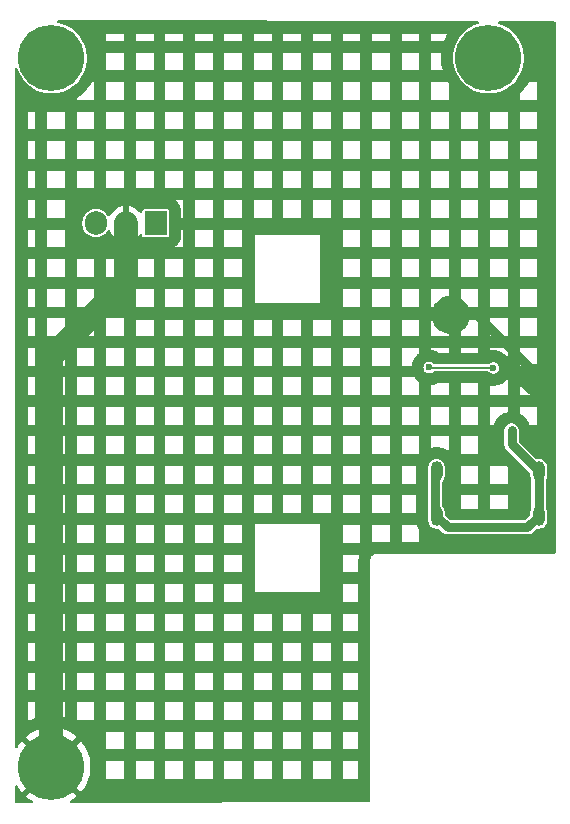
<source format=gbr>
%TF.GenerationSoftware,KiCad,Pcbnew,8.0.8*%
%TF.CreationDate,2025-08-11T02:01:29+09:00*%
%TF.ProjectId,20250811-7seg-led-panel-power,32303235-3038-4313-912d-377365672d6c,rev?*%
%TF.SameCoordinates,Original*%
%TF.FileFunction,Copper,L1,Top*%
%TF.FilePolarity,Positive*%
%FSLAX46Y46*%
G04 Gerber Fmt 4.6, Leading zero omitted, Abs format (unit mm)*
G04 Created by KiCad (PCBNEW 8.0.8) date 2025-08-11 02:01:29*
%MOMM*%
%LPD*%
G01*
G04 APERTURE LIST*
%TA.AperFunction,HeatsinkPad*%
%ADD10O,1.000000X1.700000*%
%TD*%
%TA.AperFunction,ComponentPad*%
%ADD11R,1.905000X2.000000*%
%TD*%
%TA.AperFunction,ComponentPad*%
%ADD12O,1.905000X2.000000*%
%TD*%
%TA.AperFunction,ComponentPad*%
%ADD13C,5.600000*%
%TD*%
%TA.AperFunction,ViaPad*%
%ADD14C,0.800000*%
%TD*%
%TA.AperFunction,ViaPad*%
%ADD15C,2.000000*%
%TD*%
%TA.AperFunction,ViaPad*%
%ADD16C,0.600000*%
%TD*%
%TA.AperFunction,Conductor*%
%ADD17C,0.800000*%
%TD*%
%TA.AperFunction,Conductor*%
%ADD18C,2.000000*%
%TD*%
%TA.AperFunction,Conductor*%
%ADD19C,0.200000*%
%TD*%
G04 APERTURE END LIST*
D10*
%TO.P,J102,S1,SHIELD*%
%TO.N,Net-(J102-SHIELD)*%
X139660000Y-97700000D03*
X139660000Y-93900000D03*
X148300000Y-97700000D03*
X148300000Y-93900000D03*
%TD*%
D11*
%TO.P,U101,1,VI*%
%TO.N,VBUS*%
X115890000Y-72900000D03*
D12*
%TO.P,U101,2,GND*%
%TO.N,GND*%
X113350000Y-72900000D03*
%TO.P,U101,3,VO*%
%TO.N,+5V*%
X110810000Y-72900000D03*
%TD*%
D13*
%TO.P,H102,1,MP*%
%TO.N,GND*%
X107050000Y-118900000D03*
%TD*%
%TO.P,H105,1,MP*%
%TO.N,+5V*%
X107050000Y-58900000D03*
%TD*%
%TO.P,H101,1,MP*%
%TO.N,VBUS*%
X144050000Y-58900000D03*
%TD*%
D14*
%TO.N,GND*%
X148550000Y-91400000D03*
D15*
X140860000Y-80650000D03*
D14*
X148087500Y-86150000D03*
D16*
%TO.N,Net-(J102-CC1)*%
X139050000Y-85110000D03*
X144480000Y-85150000D03*
%TO.N,Net-(J102-SHIELD)*%
X146012500Y-90437500D03*
%TD*%
D17*
%TO.N,GND*%
X140860000Y-80650000D02*
X143050000Y-80650000D01*
X148087500Y-85687500D02*
X148087500Y-86150000D01*
X140860000Y-80650000D02*
X113800000Y-80650000D01*
X113800000Y-80650000D02*
X112200000Y-79050000D01*
X143050000Y-80650000D02*
X148087500Y-85687500D01*
D18*
X112200000Y-79050000D02*
X107050000Y-84200000D01*
X107050000Y-84200000D02*
X107050000Y-118900000D01*
X112200000Y-79050000D02*
X113350000Y-77900000D01*
X113350000Y-77900000D02*
X113350000Y-72900000D01*
D17*
X148087500Y-86150000D02*
X148550000Y-86612500D01*
X148550000Y-86612500D02*
X148550000Y-91400000D01*
%TO.N,Net-(J102-SHIELD)*%
X146012500Y-90437500D02*
X146012500Y-91612500D01*
X146012500Y-91612500D02*
X148300000Y-93900000D01*
X148300000Y-93900000D02*
X148300000Y-97700000D01*
X140610000Y-98650000D02*
X139550000Y-97590000D01*
X139550000Y-97590000D02*
X139550000Y-94010000D01*
X148300000Y-97700000D02*
X147350000Y-98650000D01*
X147350000Y-98650000D02*
X140610000Y-98650000D01*
X139550000Y-94010000D02*
X139660000Y-93900000D01*
D19*
%TO.N,Net-(J102-CC1)*%
X139050000Y-85110000D02*
X139090000Y-85150000D01*
X139090000Y-85150000D02*
X144480000Y-85150000D01*
%TD*%
%TA.AperFunction,Conductor*%
%TO.N,GND*%
G36*
X105829588Y-119942330D02*
G01*
X106007670Y-120120412D01*
X106109300Y-120194251D01*
X104897255Y-121406295D01*
X104897256Y-121406296D01*
X104910485Y-121418828D01*
X104910486Y-121418829D01*
X105195367Y-121635388D01*
X105195383Y-121635399D01*
X105413596Y-121766693D01*
X105460891Y-121818122D01*
X105472874Y-121886956D01*
X105445739Y-121951342D01*
X105388102Y-121990836D01*
X105349939Y-121996943D01*
X104074271Y-121999728D01*
X104007188Y-121980190D01*
X103961318Y-121927486D01*
X103950000Y-121875728D01*
X103950000Y-120596528D01*
X103969685Y-120529489D01*
X104022489Y-120483734D01*
X104091647Y-120473790D01*
X104155203Y-120502815D01*
X104183556Y-120538446D01*
X104218220Y-120603831D01*
X104419033Y-120900007D01*
X104546441Y-121050003D01*
X104546442Y-121050004D01*
X105755747Y-119840698D01*
X105829588Y-119942330D01*
G37*
%TD.AperFunction*%
%TA.AperFunction,Conductor*%
G36*
X143131043Y-55785548D02*
G01*
X143198039Y-55805379D01*
X143243679Y-55858283D01*
X143253471Y-55927463D01*
X143224307Y-55990955D01*
X143173182Y-56026070D01*
X142859547Y-56140223D01*
X142859541Y-56140226D01*
X142547203Y-56297088D01*
X142255194Y-56489146D01*
X142255186Y-56489152D01*
X141987442Y-56713817D01*
X141987440Y-56713819D01*
X141747589Y-56968044D01*
X141747584Y-56968050D01*
X141538870Y-57248402D01*
X141364113Y-57551091D01*
X141364107Y-57551104D01*
X141225674Y-57872027D01*
X141125430Y-58206865D01*
X141125428Y-58206872D01*
X141064739Y-58551061D01*
X141064738Y-58551072D01*
X141044415Y-58899996D01*
X141044415Y-58900003D01*
X141064738Y-59248927D01*
X141064739Y-59248938D01*
X141125428Y-59593127D01*
X141125430Y-59593134D01*
X141225674Y-59927972D01*
X141364107Y-60248895D01*
X141364113Y-60248908D01*
X141538870Y-60551597D01*
X141747584Y-60831949D01*
X141747589Y-60831955D01*
X141871463Y-60963253D01*
X141987442Y-61086183D01*
X142046706Y-61135911D01*
X142255186Y-61310847D01*
X142255194Y-61310853D01*
X142547203Y-61502911D01*
X142547207Y-61502913D01*
X142859549Y-61659777D01*
X143187989Y-61779319D01*
X143528086Y-61859923D01*
X143875241Y-61900500D01*
X143875248Y-61900500D01*
X144224752Y-61900500D01*
X144224759Y-61900500D01*
X144248423Y-61897734D01*
X146698000Y-61897734D01*
X146698000Y-62450271D01*
X148200000Y-62450271D01*
X148200000Y-60948271D01*
X147484500Y-60948271D01*
X147418169Y-61063161D01*
X147416321Y-61066257D01*
X147404874Y-61084816D01*
X147402939Y-61087854D01*
X147386986Y-61112112D01*
X147384957Y-61115101D01*
X147372434Y-61132986D01*
X147370322Y-61135911D01*
X147144257Y-61439570D01*
X147142056Y-61442438D01*
X147128511Y-61459566D01*
X147126235Y-61462360D01*
X147107571Y-61484601D01*
X147105214Y-61487328D01*
X147090720Y-61503614D01*
X147088285Y-61506271D01*
X146828511Y-61781615D01*
X146825995Y-61784205D01*
X146810563Y-61799636D01*
X146807977Y-61802148D01*
X146786858Y-61822072D01*
X146784202Y-61824506D01*
X146767909Y-61839006D01*
X146765179Y-61841365D01*
X146698000Y-61897734D01*
X144248423Y-61897734D01*
X144571914Y-61859923D01*
X144912011Y-61779319D01*
X145240451Y-61659777D01*
X145552793Y-61502913D01*
X145844811Y-61310849D01*
X146112558Y-61086183D01*
X146352412Y-60831953D01*
X146561130Y-60551596D01*
X146735889Y-60248904D01*
X146874326Y-59927971D01*
X146974569Y-59593136D01*
X147012303Y-59379138D01*
X147035260Y-59248938D01*
X147035259Y-59248938D01*
X147035262Y-59248927D01*
X147054529Y-58918126D01*
X147055585Y-58900003D01*
X147055585Y-58899996D01*
X147051554Y-58830796D01*
X147035262Y-58551073D01*
X147017387Y-58449699D01*
X146974571Y-58206872D01*
X146974569Y-58206865D01*
X146974569Y-58206864D01*
X146874326Y-57872029D01*
X146735889Y-57551096D01*
X146561130Y-57248404D01*
X146482261Y-57142464D01*
X146352415Y-56968050D01*
X146352410Y-56968044D01*
X146232473Y-56840919D01*
X146112558Y-56713817D01*
X145964488Y-56589572D01*
X145844813Y-56489152D01*
X145844805Y-56489146D01*
X145552796Y-56297088D01*
X145240458Y-56140226D01*
X145240452Y-56140223D01*
X144937913Y-56030108D01*
X144881649Y-55988682D01*
X144856713Y-55923413D01*
X144871023Y-55855024D01*
X144920035Y-55805229D01*
X144980592Y-55789586D01*
X149626273Y-55799729D01*
X149693267Y-55819560D01*
X149738907Y-55872464D01*
X149750000Y-55923729D01*
X149750000Y-100775582D01*
X149730315Y-100842621D01*
X149677511Y-100888376D01*
X149625999Y-100899582D01*
X134615973Y-100899500D01*
X134615893Y-100899500D01*
X134615891Y-100899500D01*
X134484107Y-100899500D01*
X134356811Y-100933608D01*
X134242685Y-100999500D01*
X134242681Y-100999503D01*
X134196090Y-101046094D01*
X134149504Y-101092682D01*
X134149502Y-101092684D01*
X134148328Y-101093857D01*
X134145435Y-101099724D01*
X134138308Y-101112066D01*
X134138309Y-101112067D01*
X134083610Y-101206807D01*
X134083609Y-101206808D01*
X134049499Y-101334107D01*
X134049500Y-101334109D01*
X134049529Y-121810549D01*
X134029845Y-121877588D01*
X133977041Y-121923343D01*
X133925800Y-121934549D01*
X108762988Y-121989490D01*
X108695905Y-121969952D01*
X108650035Y-121917248D01*
X108639941Y-121848111D01*
X108668827Y-121784492D01*
X108698789Y-121759239D01*
X108904629Y-121635390D01*
X108904632Y-121635388D01*
X109189504Y-121418836D01*
X109202742Y-121406294D01*
X107990698Y-120194251D01*
X108092330Y-120120412D01*
X108270412Y-119942330D01*
X108344251Y-119840698D01*
X109553556Y-121050003D01*
X109680964Y-120900008D01*
X109680975Y-120899994D01*
X109881781Y-120603827D01*
X110049393Y-120287677D01*
X110049402Y-120287659D01*
X110181850Y-119955239D01*
X110181852Y-119955232D01*
X110183229Y-119950271D01*
X111698000Y-119950271D01*
X113200000Y-119950271D01*
X114198000Y-119950271D01*
X115700000Y-119950271D01*
X116698000Y-119950271D01*
X118200000Y-119950271D01*
X119198000Y-119950271D01*
X120700000Y-119950271D01*
X121698000Y-119950271D01*
X123200000Y-119950271D01*
X124198000Y-119950271D01*
X125700000Y-119950271D01*
X126698000Y-119950271D01*
X128200000Y-119950271D01*
X129198000Y-119950271D01*
X130700000Y-119950271D01*
X131698000Y-119950271D01*
X133051526Y-119950271D01*
X133051523Y-118448271D01*
X131698000Y-118448271D01*
X131698000Y-119950271D01*
X130700000Y-119950271D01*
X130700000Y-118448271D01*
X129198000Y-118448271D01*
X129198000Y-119950271D01*
X128200000Y-119950271D01*
X128200000Y-118448271D01*
X126698000Y-118448271D01*
X126698000Y-119950271D01*
X125700000Y-119950271D01*
X125700000Y-118448271D01*
X124198000Y-118448271D01*
X124198000Y-119950271D01*
X123200000Y-119950271D01*
X123200000Y-118448271D01*
X121698000Y-118448271D01*
X121698000Y-119950271D01*
X120700000Y-119950271D01*
X120700000Y-118448271D01*
X119198000Y-118448271D01*
X119198000Y-119950271D01*
X118200000Y-119950271D01*
X118200000Y-118448271D01*
X116698000Y-118448271D01*
X116698000Y-119950271D01*
X115700000Y-119950271D01*
X115700000Y-118448271D01*
X114198000Y-118448271D01*
X114198000Y-119950271D01*
X113200000Y-119950271D01*
X113200000Y-118448271D01*
X111698000Y-118448271D01*
X111698000Y-119950271D01*
X110183229Y-119950271D01*
X110277578Y-119610457D01*
X110277584Y-119610431D01*
X110335472Y-119257331D01*
X110335473Y-119257314D01*
X110354847Y-118900002D01*
X110354847Y-118899997D01*
X110335473Y-118542685D01*
X110335472Y-118542668D01*
X110277584Y-118189568D01*
X110277578Y-118189542D01*
X110181852Y-117844767D01*
X110181850Y-117844760D01*
X110049402Y-117512340D01*
X110049393Y-117512322D01*
X110016496Y-117450271D01*
X111698000Y-117450271D01*
X113200000Y-117450271D01*
X114198000Y-117450271D01*
X115700000Y-117450271D01*
X116698000Y-117450271D01*
X118200000Y-117450271D01*
X119198000Y-117450271D01*
X120700000Y-117450271D01*
X121698000Y-117450271D01*
X123200000Y-117450271D01*
X124198000Y-117450271D01*
X125700000Y-117450271D01*
X126698000Y-117450271D01*
X128200000Y-117450271D01*
X129198000Y-117450271D01*
X130700000Y-117450271D01*
X131698000Y-117450271D01*
X133051522Y-117450271D01*
X133051520Y-115948271D01*
X131698000Y-115948271D01*
X131698000Y-117450271D01*
X130700000Y-117450271D01*
X130700000Y-115948271D01*
X129198000Y-115948271D01*
X129198000Y-117450271D01*
X128200000Y-117450271D01*
X128200000Y-115948271D01*
X126698000Y-115948271D01*
X126698000Y-117450271D01*
X125700000Y-117450271D01*
X125700000Y-115948271D01*
X124198000Y-115948271D01*
X124198000Y-117450271D01*
X123200000Y-117450271D01*
X123200000Y-115948271D01*
X121698000Y-115948271D01*
X121698000Y-117450271D01*
X120700000Y-117450271D01*
X120700000Y-115948271D01*
X119198000Y-115948271D01*
X119198000Y-117450271D01*
X118200000Y-117450271D01*
X118200000Y-115948271D01*
X116698000Y-115948271D01*
X116698000Y-117450271D01*
X115700000Y-117450271D01*
X115700000Y-115948271D01*
X114198000Y-115948271D01*
X114198000Y-117450271D01*
X113200000Y-117450271D01*
X113200000Y-115948271D01*
X111698000Y-115948271D01*
X111698000Y-117450271D01*
X110016496Y-117450271D01*
X109881781Y-117196172D01*
X109680966Y-116899992D01*
X109553557Y-116749995D01*
X109553556Y-116749994D01*
X108344250Y-117959299D01*
X108270412Y-117857670D01*
X108092330Y-117679588D01*
X107990697Y-117605747D01*
X109202743Y-116393703D01*
X109202742Y-116393702D01*
X109189514Y-116381171D01*
X109189513Y-116381170D01*
X108904632Y-116164611D01*
X108904629Y-116164609D01*
X108598009Y-115980123D01*
X108273260Y-115829877D01*
X108273255Y-115829876D01*
X107934144Y-115715616D01*
X107584660Y-115638688D01*
X107228924Y-115600000D01*
X106871075Y-115600000D01*
X106515339Y-115638688D01*
X106165855Y-115715616D01*
X105826744Y-115829876D01*
X105826739Y-115829877D01*
X105501990Y-115980123D01*
X105195370Y-116164609D01*
X105195367Y-116164611D01*
X104910491Y-116381166D01*
X104897256Y-116393703D01*
X104897255Y-116393703D01*
X106109301Y-117605748D01*
X106007670Y-117679588D01*
X105829588Y-117857670D01*
X105755748Y-117959301D01*
X104546442Y-116749994D01*
X104546441Y-116749995D01*
X104419040Y-116899983D01*
X104419033Y-116899993D01*
X104218218Y-117196172D01*
X104183555Y-117261554D01*
X104134762Y-117311564D01*
X104066677Y-117327255D01*
X104000917Y-117303645D01*
X103958360Y-117248231D01*
X103950000Y-117203471D01*
X103950000Y-114950271D01*
X105074000Y-114950271D01*
X105351162Y-114950271D01*
X109198000Y-114950271D01*
X110700000Y-114950271D01*
X111698000Y-114950271D01*
X113200000Y-114950271D01*
X114198000Y-114950271D01*
X115700000Y-114950271D01*
X116698000Y-114950271D01*
X118200000Y-114950271D01*
X119198000Y-114950271D01*
X120700000Y-114950271D01*
X121698000Y-114950271D01*
X123200000Y-114950271D01*
X124198000Y-114950271D01*
X125700000Y-114950271D01*
X126698000Y-114950271D01*
X128200000Y-114950271D01*
X129198000Y-114950271D01*
X130700000Y-114950271D01*
X131698000Y-114950271D01*
X133051519Y-114950271D01*
X133051516Y-113448271D01*
X131698000Y-113448271D01*
X131698000Y-114950271D01*
X130700000Y-114950271D01*
X130700000Y-113448271D01*
X129198000Y-113448271D01*
X129198000Y-114950271D01*
X128200000Y-114950271D01*
X128200000Y-113448271D01*
X126698000Y-113448271D01*
X126698000Y-114950271D01*
X125700000Y-114950271D01*
X125700000Y-113448271D01*
X124198000Y-113448271D01*
X124198000Y-114950271D01*
X123200000Y-114950271D01*
X123200000Y-113448271D01*
X121698000Y-113448271D01*
X121698000Y-114950271D01*
X120700000Y-114950271D01*
X120700000Y-113448271D01*
X119198000Y-113448271D01*
X119198000Y-114950271D01*
X118200000Y-114950271D01*
X118200000Y-113448271D01*
X116698000Y-113448271D01*
X116698000Y-114950271D01*
X115700000Y-114950271D01*
X115700000Y-113448271D01*
X114198000Y-113448271D01*
X114198000Y-114950271D01*
X113200000Y-114950271D01*
X113200000Y-113448271D01*
X111698000Y-113448271D01*
X111698000Y-114950271D01*
X110700000Y-114950271D01*
X110700000Y-113448271D01*
X109198000Y-113448271D01*
X109198000Y-114950271D01*
X105351162Y-114950271D01*
X105419981Y-114918432D01*
X105423056Y-114917059D01*
X105441748Y-114909020D01*
X105444852Y-114907735D01*
X105469964Y-114897732D01*
X105473093Y-114896534D01*
X105492129Y-114889541D01*
X105495293Y-114888427D01*
X105700000Y-114819452D01*
X105700000Y-114614938D01*
X106698000Y-114614938D01*
X106776607Y-114606390D01*
X106779950Y-114606072D01*
X106800178Y-114604425D01*
X106803521Y-114604198D01*
X106830512Y-114602733D01*
X106833871Y-114602597D01*
X106854194Y-114602046D01*
X106857555Y-114602000D01*
X107242445Y-114602000D01*
X107245806Y-114602046D01*
X107266129Y-114602597D01*
X107269488Y-114602733D01*
X107296479Y-114604198D01*
X107299822Y-114604425D01*
X107320050Y-114606072D01*
X107323394Y-114606390D01*
X107706005Y-114648001D01*
X107709338Y-114648409D01*
X107729470Y-114651152D01*
X107732790Y-114651650D01*
X107759466Y-114656023D01*
X107762777Y-114656612D01*
X107782723Y-114660440D01*
X107786008Y-114661117D01*
X108161875Y-114743852D01*
X108165142Y-114744618D01*
X108184843Y-114749517D01*
X108188091Y-114750371D01*
X108200000Y-114753677D01*
X108200000Y-113448271D01*
X106698000Y-113448271D01*
X106698000Y-114614938D01*
X105700000Y-114614938D01*
X105700000Y-113448271D01*
X105074000Y-113448271D01*
X105074000Y-114950271D01*
X103950000Y-114950271D01*
X103950000Y-112450271D01*
X105074000Y-112450271D01*
X105700000Y-112450271D01*
X106698000Y-112450271D01*
X108200000Y-112450271D01*
X109198000Y-112450271D01*
X110700000Y-112450271D01*
X111698000Y-112450271D01*
X113200000Y-112450271D01*
X114198000Y-112450271D01*
X115700000Y-112450271D01*
X116698000Y-112450271D01*
X118200000Y-112450271D01*
X119198000Y-112450271D01*
X120700000Y-112450271D01*
X121698000Y-112450271D01*
X123200000Y-112450271D01*
X124198000Y-112450271D01*
X125700000Y-112450271D01*
X126698000Y-112450271D01*
X128200000Y-112450271D01*
X129198000Y-112450271D01*
X130700000Y-112450271D01*
X131698000Y-112450271D01*
X133051515Y-112450271D01*
X133051513Y-110948271D01*
X131698000Y-110948271D01*
X131698000Y-112450271D01*
X130700000Y-112450271D01*
X130700000Y-110948271D01*
X129198000Y-110948271D01*
X129198000Y-112450271D01*
X128200000Y-112450271D01*
X128200000Y-110948271D01*
X126698000Y-110948271D01*
X126698000Y-112450271D01*
X125700000Y-112450271D01*
X125700000Y-110948271D01*
X124198000Y-110948271D01*
X124198000Y-112450271D01*
X123200000Y-112450271D01*
X123200000Y-110948271D01*
X121698000Y-110948271D01*
X121698000Y-112450271D01*
X120700000Y-112450271D01*
X120700000Y-110948271D01*
X119198000Y-110948271D01*
X119198000Y-112450271D01*
X118200000Y-112450271D01*
X118200000Y-110948271D01*
X116698000Y-110948271D01*
X116698000Y-112450271D01*
X115700000Y-112450271D01*
X115700000Y-110948271D01*
X114198000Y-110948271D01*
X114198000Y-112450271D01*
X113200000Y-112450271D01*
X113200000Y-110948271D01*
X111698000Y-110948271D01*
X111698000Y-112450271D01*
X110700000Y-112450271D01*
X110700000Y-110948271D01*
X109198000Y-110948271D01*
X109198000Y-112450271D01*
X108200000Y-112450271D01*
X108200000Y-110948271D01*
X106698000Y-110948271D01*
X106698000Y-112450271D01*
X105700000Y-112450271D01*
X105700000Y-110948271D01*
X105074000Y-110948271D01*
X105074000Y-112450271D01*
X103950000Y-112450271D01*
X103950000Y-109950271D01*
X105074000Y-109950271D01*
X105700000Y-109950271D01*
X106698000Y-109950271D01*
X108200000Y-109950271D01*
X109198000Y-109950271D01*
X110700000Y-109950271D01*
X111698000Y-109950271D01*
X113200000Y-109950271D01*
X114198000Y-109950271D01*
X115700000Y-109950271D01*
X116698000Y-109950271D01*
X118200000Y-109950271D01*
X119198000Y-109950271D01*
X120700000Y-109950271D01*
X121698000Y-109950271D01*
X123200000Y-109950271D01*
X124198000Y-109950271D01*
X125700000Y-109950271D01*
X126698000Y-109950271D01*
X128200000Y-109950271D01*
X129198000Y-109950271D01*
X130700000Y-109950271D01*
X131698000Y-109950271D01*
X133051512Y-109950271D01*
X133051510Y-108448271D01*
X131698000Y-108448271D01*
X131698000Y-109950271D01*
X130700000Y-109950271D01*
X130700000Y-108448271D01*
X129198000Y-108448271D01*
X129198000Y-109950271D01*
X128200000Y-109950271D01*
X128200000Y-108448271D01*
X126698000Y-108448271D01*
X126698000Y-109950271D01*
X125700000Y-109950271D01*
X125700000Y-108448271D01*
X124198000Y-108448271D01*
X124198000Y-109950271D01*
X123200000Y-109950271D01*
X123200000Y-108448271D01*
X121698000Y-108448271D01*
X121698000Y-109950271D01*
X120700000Y-109950271D01*
X120700000Y-108448271D01*
X119198000Y-108448271D01*
X119198000Y-109950271D01*
X118200000Y-109950271D01*
X118200000Y-108448271D01*
X116698000Y-108448271D01*
X116698000Y-109950271D01*
X115700000Y-109950271D01*
X115700000Y-108448271D01*
X114198000Y-108448271D01*
X114198000Y-109950271D01*
X113200000Y-109950271D01*
X113200000Y-108448271D01*
X111698000Y-108448271D01*
X111698000Y-109950271D01*
X110700000Y-109950271D01*
X110700000Y-108448271D01*
X109198000Y-108448271D01*
X109198000Y-109950271D01*
X108200000Y-109950271D01*
X108200000Y-108448271D01*
X106698000Y-108448271D01*
X106698000Y-109950271D01*
X105700000Y-109950271D01*
X105700000Y-108448271D01*
X105074000Y-108448271D01*
X105074000Y-109950271D01*
X103950000Y-109950271D01*
X103950000Y-107450271D01*
X105074000Y-107450271D01*
X105700000Y-107450271D01*
X106698000Y-107450271D01*
X108200000Y-107450271D01*
X109198000Y-107450271D01*
X110700000Y-107450271D01*
X111698000Y-107450271D01*
X113200000Y-107450271D01*
X114198000Y-107450271D01*
X115700000Y-107450271D01*
X116698000Y-107450271D01*
X118200000Y-107450271D01*
X119198000Y-107450271D01*
X120700000Y-107450271D01*
X121698000Y-107450271D01*
X123200000Y-107450271D01*
X124198000Y-107450271D01*
X125700000Y-107450271D01*
X126698000Y-107450271D01*
X128200000Y-107450271D01*
X129198000Y-107450271D01*
X130700000Y-107450271D01*
X131698000Y-107450271D01*
X133051509Y-107450271D01*
X133051506Y-105948271D01*
X131698000Y-105948271D01*
X131698000Y-107450271D01*
X130700000Y-107450271D01*
X130700000Y-105948271D01*
X129198000Y-105948271D01*
X129198000Y-107450271D01*
X128200000Y-107450271D01*
X128200000Y-105948271D01*
X126698000Y-105948271D01*
X126698000Y-107450271D01*
X125700000Y-107450271D01*
X125700000Y-105948271D01*
X124198000Y-105948271D01*
X124198000Y-107450271D01*
X123200000Y-107450271D01*
X123200000Y-105948271D01*
X121698000Y-105948271D01*
X121698000Y-107450271D01*
X120700000Y-107450271D01*
X120700000Y-105948271D01*
X119198000Y-105948271D01*
X119198000Y-107450271D01*
X118200000Y-107450271D01*
X118200000Y-105948271D01*
X116698000Y-105948271D01*
X116698000Y-107450271D01*
X115700000Y-107450271D01*
X115700000Y-105948271D01*
X114198000Y-105948271D01*
X114198000Y-107450271D01*
X113200000Y-107450271D01*
X113200000Y-105948271D01*
X111698000Y-105948271D01*
X111698000Y-107450271D01*
X110700000Y-107450271D01*
X110700000Y-105948271D01*
X109198000Y-105948271D01*
X109198000Y-107450271D01*
X108200000Y-107450271D01*
X108200000Y-105948271D01*
X106698000Y-105948271D01*
X106698000Y-107450271D01*
X105700000Y-107450271D01*
X105700000Y-105948271D01*
X105074000Y-105948271D01*
X105074000Y-107450271D01*
X103950000Y-107450271D01*
X103950000Y-104950271D01*
X105074000Y-104950271D01*
X105700000Y-104950271D01*
X106698000Y-104950271D01*
X108200000Y-104950271D01*
X109198000Y-104950271D01*
X110700000Y-104950271D01*
X111698000Y-104950271D01*
X113200000Y-104950271D01*
X114198000Y-104950271D01*
X115700000Y-104950271D01*
X116698000Y-104950271D01*
X118200000Y-104950271D01*
X119198000Y-104950271D01*
X120700000Y-104950271D01*
X121698000Y-104950271D01*
X123200000Y-104950271D01*
X131698000Y-104950271D01*
X133051505Y-104950271D01*
X133051503Y-103448271D01*
X131698000Y-103448271D01*
X131698000Y-104950271D01*
X123200000Y-104950271D01*
X123200000Y-104150000D01*
X124300000Y-104150000D01*
X129800000Y-104150000D01*
X129800000Y-102450271D01*
X131698000Y-102450271D01*
X133051502Y-102450271D01*
X133051500Y-101334110D01*
X133051500Y-101301421D01*
X133051765Y-101293311D01*
X133054977Y-101244305D01*
X133055773Y-101236227D01*
X133064306Y-101171425D01*
X133065628Y-101163421D01*
X133075207Y-101115265D01*
X133077049Y-101107363D01*
X133119678Y-100948271D01*
X131698000Y-100948271D01*
X131698000Y-102450271D01*
X129800000Y-102450271D01*
X129800000Y-99950271D01*
X131698000Y-99950271D01*
X133200000Y-99950271D01*
X133200000Y-99942957D01*
X134198000Y-99942957D01*
X134257371Y-99927049D01*
X134265271Y-99925207D01*
X134313425Y-99915628D01*
X134321429Y-99914306D01*
X134386229Y-99905773D01*
X134394308Y-99904977D01*
X134443314Y-99901765D01*
X134451118Y-99901510D01*
X136698000Y-99901510D01*
X138200000Y-99901518D01*
X138200000Y-98922175D01*
X138195804Y-98915896D01*
X138192545Y-98910750D01*
X138173610Y-98879157D01*
X138170611Y-98873862D01*
X138147510Y-98830641D01*
X138144773Y-98825205D01*
X138129033Y-98791924D01*
X138126568Y-98786362D01*
X138055012Y-98613611D01*
X138052821Y-98607932D01*
X138040419Y-98573270D01*
X138038511Y-98567493D01*
X138024285Y-98520598D01*
X138022662Y-98514734D01*
X138013712Y-98479008D01*
X138012378Y-98473066D01*
X138007446Y-98448271D01*
X136698000Y-98448271D01*
X136698000Y-99901510D01*
X134451118Y-99901510D01*
X134451424Y-99901500D01*
X134615896Y-99901500D01*
X135700000Y-99901505D01*
X135700000Y-98448271D01*
X134198000Y-98448271D01*
X134198000Y-99942957D01*
X133200000Y-99942957D01*
X133200000Y-98448271D01*
X131698000Y-98448271D01*
X131698000Y-99950271D01*
X129800000Y-99950271D01*
X129800000Y-98400000D01*
X124300000Y-98400000D01*
X124300000Y-104150000D01*
X123200000Y-104150000D01*
X123200000Y-103448271D01*
X121698000Y-103448271D01*
X121698000Y-104950271D01*
X120700000Y-104950271D01*
X120700000Y-103448271D01*
X119198000Y-103448271D01*
X119198000Y-104950271D01*
X118200000Y-104950271D01*
X118200000Y-103448271D01*
X116698000Y-103448271D01*
X116698000Y-104950271D01*
X115700000Y-104950271D01*
X115700000Y-103448271D01*
X114198000Y-103448271D01*
X114198000Y-104950271D01*
X113200000Y-104950271D01*
X113200000Y-103448271D01*
X111698000Y-103448271D01*
X111698000Y-104950271D01*
X110700000Y-104950271D01*
X110700000Y-103448271D01*
X109198000Y-103448271D01*
X109198000Y-104950271D01*
X108200000Y-104950271D01*
X108200000Y-103448271D01*
X106698000Y-103448271D01*
X106698000Y-104950271D01*
X105700000Y-104950271D01*
X105700000Y-103448271D01*
X105074000Y-103448271D01*
X105074000Y-104950271D01*
X103950000Y-104950271D01*
X103950000Y-102450271D01*
X105074000Y-102450271D01*
X105700000Y-102450271D01*
X106698000Y-102450271D01*
X108200000Y-102450271D01*
X109198000Y-102450271D01*
X110700000Y-102450271D01*
X111698000Y-102450271D01*
X113200000Y-102450271D01*
X114198000Y-102450271D01*
X115700000Y-102450271D01*
X116698000Y-102450271D01*
X118200000Y-102450271D01*
X119198000Y-102450271D01*
X120700000Y-102450271D01*
X121698000Y-102450271D01*
X123200000Y-102450271D01*
X123200000Y-100948271D01*
X121698000Y-100948271D01*
X121698000Y-102450271D01*
X120700000Y-102450271D01*
X120700000Y-100948271D01*
X119198000Y-100948271D01*
X119198000Y-102450271D01*
X118200000Y-102450271D01*
X118200000Y-100948271D01*
X116698000Y-100948271D01*
X116698000Y-102450271D01*
X115700000Y-102450271D01*
X115700000Y-100948271D01*
X114198000Y-100948271D01*
X114198000Y-102450271D01*
X113200000Y-102450271D01*
X113200000Y-100948271D01*
X111698000Y-100948271D01*
X111698000Y-102450271D01*
X110700000Y-102450271D01*
X110700000Y-100948271D01*
X109198000Y-100948271D01*
X109198000Y-102450271D01*
X108200000Y-102450271D01*
X108200000Y-100948271D01*
X106698000Y-100948271D01*
X106698000Y-102450271D01*
X105700000Y-102450271D01*
X105700000Y-100948271D01*
X105074000Y-100948271D01*
X105074000Y-102450271D01*
X103950000Y-102450271D01*
X103950000Y-99950271D01*
X105074000Y-99950271D01*
X105700000Y-99950271D01*
X106698000Y-99950271D01*
X108200000Y-99950271D01*
X109198000Y-99950271D01*
X110700000Y-99950271D01*
X111698000Y-99950271D01*
X113200000Y-99950271D01*
X114198000Y-99950271D01*
X115700000Y-99950271D01*
X116698000Y-99950271D01*
X118200000Y-99950271D01*
X119198000Y-99950271D01*
X120700000Y-99950271D01*
X121698000Y-99950271D01*
X123200000Y-99950271D01*
X123200000Y-98448271D01*
X121698000Y-98448271D01*
X121698000Y-99950271D01*
X120700000Y-99950271D01*
X120700000Y-98448271D01*
X119198000Y-98448271D01*
X119198000Y-99950271D01*
X118200000Y-99950271D01*
X118200000Y-98448271D01*
X116698000Y-98448271D01*
X116698000Y-99950271D01*
X115700000Y-99950271D01*
X115700000Y-98448271D01*
X114198000Y-98448271D01*
X114198000Y-99950271D01*
X113200000Y-99950271D01*
X113200000Y-98448271D01*
X111698000Y-98448271D01*
X111698000Y-99950271D01*
X110700000Y-99950271D01*
X110700000Y-98448271D01*
X109198000Y-98448271D01*
X109198000Y-99950271D01*
X108200000Y-99950271D01*
X108200000Y-98448271D01*
X106698000Y-98448271D01*
X106698000Y-99950271D01*
X105700000Y-99950271D01*
X105700000Y-98448271D01*
X105074000Y-98448271D01*
X105074000Y-99950271D01*
X103950000Y-99950271D01*
X103950000Y-97450271D01*
X105074000Y-97450271D01*
X105700000Y-97450271D01*
X106698000Y-97450271D01*
X108200000Y-97450271D01*
X109198000Y-97450271D01*
X110700000Y-97450271D01*
X111698000Y-97450271D01*
X113200000Y-97450271D01*
X114198000Y-97450271D01*
X115700000Y-97450271D01*
X116698000Y-97450271D01*
X118200000Y-97450271D01*
X119198000Y-97450271D01*
X120700000Y-97450271D01*
X121698000Y-97450271D01*
X123200000Y-97450271D01*
X123200000Y-97402000D01*
X124198000Y-97402000D01*
X125700000Y-97402000D01*
X126698000Y-97402000D01*
X128200000Y-97402000D01*
X129198000Y-97402000D01*
X130000546Y-97402000D01*
X130047999Y-97411439D01*
X130141747Y-97450271D01*
X130700000Y-97450271D01*
X131698000Y-97450271D01*
X133200000Y-97450271D01*
X134198000Y-97450271D01*
X135700000Y-97450271D01*
X136698000Y-97450271D01*
X137951500Y-97450271D01*
X137951500Y-95948271D01*
X136698000Y-95948271D01*
X136698000Y-97450271D01*
X135700000Y-97450271D01*
X135700000Y-95948271D01*
X134198000Y-95948271D01*
X134198000Y-97450271D01*
X133200000Y-97450271D01*
X133200000Y-95948271D01*
X131698000Y-95948271D01*
X131698000Y-97450271D01*
X130700000Y-97450271D01*
X130700000Y-95948271D01*
X129198000Y-95948271D01*
X129198000Y-97402000D01*
X128200000Y-97402000D01*
X128200000Y-95948271D01*
X126698000Y-95948271D01*
X126698000Y-97402000D01*
X125700000Y-97402000D01*
X125700000Y-95948271D01*
X124198000Y-95948271D01*
X124198000Y-97402000D01*
X123200000Y-97402000D01*
X123200000Y-95948271D01*
X121698000Y-95948271D01*
X121698000Y-97450271D01*
X120700000Y-97450271D01*
X120700000Y-95948271D01*
X119198000Y-95948271D01*
X119198000Y-97450271D01*
X118200000Y-97450271D01*
X118200000Y-95948271D01*
X116698000Y-95948271D01*
X116698000Y-97450271D01*
X115700000Y-97450271D01*
X115700000Y-95948271D01*
X114198000Y-95948271D01*
X114198000Y-97450271D01*
X113200000Y-97450271D01*
X113200000Y-95948271D01*
X111698000Y-95948271D01*
X111698000Y-97450271D01*
X110700000Y-97450271D01*
X110700000Y-95948271D01*
X109198000Y-95948271D01*
X109198000Y-97450271D01*
X108200000Y-97450271D01*
X108200000Y-95948271D01*
X106698000Y-95948271D01*
X106698000Y-97450271D01*
X105700000Y-97450271D01*
X105700000Y-95948271D01*
X105074000Y-95948271D01*
X105074000Y-97450271D01*
X103950000Y-97450271D01*
X103950000Y-94950271D01*
X105074000Y-94950271D01*
X105700000Y-94950271D01*
X106698000Y-94950271D01*
X108200000Y-94950271D01*
X109198000Y-94950271D01*
X110700000Y-94950271D01*
X111698000Y-94950271D01*
X113200000Y-94950271D01*
X114198000Y-94950271D01*
X115700000Y-94950271D01*
X116698000Y-94950271D01*
X118200000Y-94950271D01*
X119198000Y-94950271D01*
X120700000Y-94950271D01*
X121698000Y-94950271D01*
X123200000Y-94950271D01*
X124198000Y-94950271D01*
X125700000Y-94950271D01*
X126698000Y-94950271D01*
X128200000Y-94950271D01*
X129198000Y-94950271D01*
X130700000Y-94950271D01*
X131698000Y-94950271D01*
X133200000Y-94950271D01*
X134198000Y-94950271D01*
X135700000Y-94950271D01*
X136698000Y-94950271D01*
X137951500Y-94950271D01*
X137951500Y-94130060D01*
X137951499Y-94130036D01*
X137951499Y-93930938D01*
X138949499Y-93930938D01*
X138949499Y-94099046D01*
X138949500Y-94099059D01*
X138949500Y-97503330D01*
X138949499Y-97503348D01*
X138949499Y-97669057D01*
X138955275Y-97690613D01*
X138959500Y-97722706D01*
X138959500Y-98118993D01*
X138959500Y-98118995D01*
X138959499Y-98118995D01*
X138986418Y-98254322D01*
X138986421Y-98254332D01*
X139039221Y-98381804D01*
X139039228Y-98381817D01*
X139115885Y-98496541D01*
X139115888Y-98496545D01*
X139213454Y-98594111D01*
X139213458Y-98594114D01*
X139328182Y-98670771D01*
X139328195Y-98670778D01*
X139455667Y-98723578D01*
X139455672Y-98723580D01*
X139455676Y-98723580D01*
X139455677Y-98723581D01*
X139591004Y-98750500D01*
X139591007Y-98750500D01*
X139728994Y-98750500D01*
X139753819Y-98745561D01*
X139774312Y-98741485D01*
X139843904Y-98747712D01*
X139886186Y-98775421D01*
X140125139Y-99014374D01*
X140125149Y-99014385D01*
X140129479Y-99018715D01*
X140129480Y-99018716D01*
X140241284Y-99130520D01*
X140241286Y-99130521D01*
X140241290Y-99130524D01*
X140378209Y-99209573D01*
X140378216Y-99209577D01*
X140490019Y-99239534D01*
X140530942Y-99250500D01*
X140530943Y-99250500D01*
X147263331Y-99250500D01*
X147263347Y-99250501D01*
X147270943Y-99250501D01*
X147429054Y-99250501D01*
X147429057Y-99250501D01*
X147581785Y-99209577D01*
X147631904Y-99180639D01*
X147718716Y-99130520D01*
X147830520Y-99018716D01*
X147830520Y-99018714D01*
X147840728Y-99008507D01*
X147840730Y-99008504D01*
X148073814Y-98775419D01*
X148135135Y-98741936D01*
X148185685Y-98741485D01*
X148231004Y-98750500D01*
X148231007Y-98750500D01*
X148368995Y-98750500D01*
X148479322Y-98728554D01*
X148504328Y-98723580D01*
X148631811Y-98670775D01*
X148746542Y-98594114D01*
X148844114Y-98496542D01*
X148920775Y-98381811D01*
X148973580Y-98254328D01*
X149000500Y-98118993D01*
X149000500Y-97281007D01*
X149000500Y-97281004D01*
X148973581Y-97145677D01*
X148973580Y-97145676D01*
X148973580Y-97145672D01*
X148934573Y-97051500D01*
X148920776Y-97018190D01*
X148917905Y-97012819D01*
X148919205Y-97012123D01*
X148900520Y-96952438D01*
X148900500Y-96950230D01*
X148900500Y-94649769D01*
X148918746Y-94587627D01*
X148917906Y-94587178D01*
X148920064Y-94583140D01*
X148920185Y-94582730D01*
X148920721Y-94581910D01*
X148920771Y-94581816D01*
X148920775Y-94581811D01*
X148973580Y-94454328D01*
X149000500Y-94318993D01*
X149000500Y-93481007D01*
X149000500Y-93481004D01*
X148973581Y-93345677D01*
X148973580Y-93345676D01*
X148973580Y-93345672D01*
X148973578Y-93345667D01*
X148920778Y-93218195D01*
X148920771Y-93218182D01*
X148844114Y-93103458D01*
X148844111Y-93103454D01*
X148746545Y-93005888D01*
X148746541Y-93005885D01*
X148631817Y-92929228D01*
X148631804Y-92929221D01*
X148504332Y-92876421D01*
X148504322Y-92876418D01*
X148368995Y-92849500D01*
X148368993Y-92849500D01*
X148231007Y-92849500D01*
X148185685Y-92858515D01*
X148116094Y-92852286D01*
X148073814Y-92824578D01*
X146649319Y-91400083D01*
X146615834Y-91338760D01*
X146613000Y-91312402D01*
X146613000Y-90358445D01*
X146613000Y-90358443D01*
X146572077Y-90205716D01*
X146572073Y-90205709D01*
X146493024Y-90068790D01*
X146493018Y-90068782D01*
X146381217Y-89956981D01*
X146381209Y-89956975D01*
X146244290Y-89877926D01*
X146244286Y-89877924D01*
X146244284Y-89877923D01*
X146091557Y-89837000D01*
X145933443Y-89837000D01*
X145780716Y-89877923D01*
X145780709Y-89877926D01*
X145643790Y-89956975D01*
X145643782Y-89956981D01*
X145531981Y-90068782D01*
X145531975Y-90068790D01*
X145452926Y-90205709D01*
X145452923Y-90205716D01*
X145412000Y-90358443D01*
X145412000Y-91525830D01*
X145411999Y-91525848D01*
X145411999Y-91691554D01*
X145411998Y-91691554D01*
X145411999Y-91691557D01*
X145452923Y-91844285D01*
X145465400Y-91865896D01*
X145481858Y-91894400D01*
X145481859Y-91894404D01*
X145481860Y-91894404D01*
X145531979Y-91981214D01*
X145531981Y-91981217D01*
X145650849Y-92100085D01*
X145650855Y-92100090D01*
X147563181Y-94012416D01*
X147596666Y-94073739D01*
X147599500Y-94100097D01*
X147599500Y-94318993D01*
X147599500Y-94318995D01*
X147599499Y-94318995D01*
X147626418Y-94454322D01*
X147626421Y-94454332D01*
X147679222Y-94581806D01*
X147682094Y-94587178D01*
X147680792Y-94587874D01*
X147699480Y-94647554D01*
X147699500Y-94649769D01*
X147699500Y-96950230D01*
X147681253Y-97012369D01*
X147682095Y-97012819D01*
X147679935Y-97016859D01*
X147679815Y-97017269D01*
X147679278Y-97018087D01*
X147679223Y-97018190D01*
X147626421Y-97145667D01*
X147626418Y-97145677D01*
X147599500Y-97281004D01*
X147599500Y-97499903D01*
X147579815Y-97566942D01*
X147563181Y-97587584D01*
X147137584Y-98013181D01*
X147076261Y-98046666D01*
X147049903Y-98049500D01*
X140910097Y-98049500D01*
X140843058Y-98029815D01*
X140822416Y-98013181D01*
X140396819Y-97587584D01*
X140363334Y-97526261D01*
X140360500Y-97499903D01*
X140360500Y-97281004D01*
X140333581Y-97145677D01*
X140333580Y-97145676D01*
X140333580Y-97145672D01*
X140294573Y-97051500D01*
X141698000Y-97051500D01*
X143200000Y-97051500D01*
X144198000Y-97051500D01*
X145700000Y-97051500D01*
X145700000Y-95948271D01*
X144198000Y-95948271D01*
X144198000Y-97051500D01*
X143200000Y-97051500D01*
X143200000Y-95948271D01*
X141698000Y-95948271D01*
X141698000Y-97051500D01*
X140294573Y-97051500D01*
X140280778Y-97018195D01*
X140280771Y-97018182D01*
X140204114Y-96903458D01*
X140204111Y-96903454D01*
X140186819Y-96886162D01*
X140153334Y-96824839D01*
X140150500Y-96798481D01*
X140150500Y-94950271D01*
X141698000Y-94950271D01*
X143200000Y-94950271D01*
X144198000Y-94950271D01*
X145700000Y-94950271D01*
X145700000Y-93560619D01*
X145587652Y-93448271D01*
X144198000Y-93448271D01*
X144198000Y-94950271D01*
X143200000Y-94950271D01*
X143200000Y-93448271D01*
X141698000Y-93448271D01*
X141698000Y-94950271D01*
X140150500Y-94950271D01*
X140150500Y-94801518D01*
X140170185Y-94734479D01*
X140186821Y-94713835D01*
X140204112Y-94696544D01*
X140204114Y-94696542D01*
X140280775Y-94581811D01*
X140333580Y-94454328D01*
X140360500Y-94318993D01*
X140360500Y-93481007D01*
X140360500Y-93481004D01*
X140333581Y-93345677D01*
X140333580Y-93345676D01*
X140333580Y-93345672D01*
X140333578Y-93345667D01*
X140280778Y-93218195D01*
X140280771Y-93218182D01*
X140204114Y-93103458D01*
X140204111Y-93103454D01*
X140106545Y-93005888D01*
X140106541Y-93005885D01*
X139991817Y-92929228D01*
X139991804Y-92929221D01*
X139864332Y-92876421D01*
X139864322Y-92876418D01*
X139728995Y-92849500D01*
X139728993Y-92849500D01*
X139591007Y-92849500D01*
X139591005Y-92849500D01*
X139455677Y-92876418D01*
X139455667Y-92876421D01*
X139328195Y-92929221D01*
X139328182Y-92929228D01*
X139213458Y-93005885D01*
X139213454Y-93005888D01*
X139115888Y-93103454D01*
X139115885Y-93103458D01*
X139039228Y-93218182D01*
X139039221Y-93218195D01*
X138986421Y-93345667D01*
X138986418Y-93345677D01*
X138959500Y-93481004D01*
X138959500Y-93877293D01*
X138955275Y-93909384D01*
X138949499Y-93930938D01*
X137951499Y-93930938D01*
X137951499Y-93898260D01*
X137951764Y-93890150D01*
X137954976Y-93841144D01*
X137955772Y-93833066D01*
X137961500Y-93789563D01*
X137961500Y-93456507D01*
X137961649Y-93450424D01*
X137961755Y-93448271D01*
X136698000Y-93448271D01*
X136698000Y-94950271D01*
X135700000Y-94950271D01*
X135700000Y-93448271D01*
X134198000Y-93448271D01*
X134198000Y-94950271D01*
X133200000Y-94950271D01*
X133200000Y-93448271D01*
X131698000Y-93448271D01*
X131698000Y-94950271D01*
X130700000Y-94950271D01*
X130700000Y-93448271D01*
X129198000Y-93448271D01*
X129198000Y-94950271D01*
X128200000Y-94950271D01*
X128200000Y-93448271D01*
X126698000Y-93448271D01*
X126698000Y-94950271D01*
X125700000Y-94950271D01*
X125700000Y-93448271D01*
X124198000Y-93448271D01*
X124198000Y-94950271D01*
X123200000Y-94950271D01*
X123200000Y-93448271D01*
X121698000Y-93448271D01*
X121698000Y-94950271D01*
X120700000Y-94950271D01*
X120700000Y-93448271D01*
X119198000Y-93448271D01*
X119198000Y-94950271D01*
X118200000Y-94950271D01*
X118200000Y-93448271D01*
X116698000Y-93448271D01*
X116698000Y-94950271D01*
X115700000Y-94950271D01*
X115700000Y-93448271D01*
X114198000Y-93448271D01*
X114198000Y-94950271D01*
X113200000Y-94950271D01*
X113200000Y-93448271D01*
X111698000Y-93448271D01*
X111698000Y-94950271D01*
X110700000Y-94950271D01*
X110700000Y-93448271D01*
X109198000Y-93448271D01*
X109198000Y-94950271D01*
X108200000Y-94950271D01*
X108200000Y-93448271D01*
X106698000Y-93448271D01*
X106698000Y-94950271D01*
X105700000Y-94950271D01*
X105700000Y-93448271D01*
X105074000Y-93448271D01*
X105074000Y-94950271D01*
X103950000Y-94950271D01*
X103950000Y-92450271D01*
X105074000Y-92450271D01*
X105700000Y-92450271D01*
X106698000Y-92450271D01*
X108200000Y-92450271D01*
X109198000Y-92450271D01*
X110700000Y-92450271D01*
X111698000Y-92450271D01*
X113200000Y-92450271D01*
X114198000Y-92450271D01*
X115700000Y-92450271D01*
X116698000Y-92450271D01*
X118200000Y-92450271D01*
X119198000Y-92450271D01*
X120700000Y-92450271D01*
X121698000Y-92450271D01*
X123200000Y-92450271D01*
X124198000Y-92450271D01*
X125700000Y-92450271D01*
X126698000Y-92450271D01*
X128200000Y-92450271D01*
X129198000Y-92450271D01*
X130700000Y-92450271D01*
X131698000Y-92450271D01*
X133200000Y-92450271D01*
X134198000Y-92450271D01*
X135700000Y-92450271D01*
X136698000Y-92450271D01*
X138200000Y-92450271D01*
X141698000Y-92450271D01*
X143200000Y-92450271D01*
X143200000Y-90948271D01*
X141698000Y-90948271D01*
X141698000Y-92450271D01*
X138200000Y-92450271D01*
X138200000Y-91911977D01*
X139198000Y-91911977D01*
X139230992Y-91903712D01*
X139236934Y-91902378D01*
X139420341Y-91865896D01*
X139426338Y-91864855D01*
X139462769Y-91859451D01*
X139468810Y-91858706D01*
X139517582Y-91853903D01*
X139523652Y-91853455D01*
X139560424Y-91851649D01*
X139566507Y-91851500D01*
X139753493Y-91851500D01*
X139759576Y-91851649D01*
X139796348Y-91853455D01*
X139802418Y-91853903D01*
X139851190Y-91858706D01*
X139857231Y-91859451D01*
X139893662Y-91864855D01*
X139899659Y-91865896D01*
X140083066Y-91902378D01*
X140089008Y-91903712D01*
X140124734Y-91912662D01*
X140130598Y-91914285D01*
X140177493Y-91928511D01*
X140183270Y-91930419D01*
X140217932Y-91942821D01*
X140223611Y-91945012D01*
X140396362Y-92016568D01*
X140401924Y-92019033D01*
X140435205Y-92034773D01*
X140440641Y-92037510D01*
X140483862Y-92060611D01*
X140489157Y-92063610D01*
X140520750Y-92082545D01*
X140525895Y-92085803D01*
X140681375Y-92189693D01*
X140686349Y-92193196D01*
X140700000Y-92203319D01*
X140700000Y-90948271D01*
X139198000Y-90948271D01*
X139198000Y-91911977D01*
X138200000Y-91911977D01*
X138200000Y-90948271D01*
X136698000Y-90948271D01*
X136698000Y-92450271D01*
X135700000Y-92450271D01*
X135700000Y-90948271D01*
X134198000Y-90948271D01*
X134198000Y-92450271D01*
X133200000Y-92450271D01*
X133200000Y-90948271D01*
X131698000Y-90948271D01*
X131698000Y-92450271D01*
X130700000Y-92450271D01*
X130700000Y-90948271D01*
X129198000Y-90948271D01*
X129198000Y-92450271D01*
X128200000Y-92450271D01*
X128200000Y-90948271D01*
X126698000Y-90948271D01*
X126698000Y-92450271D01*
X125700000Y-92450271D01*
X125700000Y-90948271D01*
X124198000Y-90948271D01*
X124198000Y-92450271D01*
X123200000Y-92450271D01*
X123200000Y-90948271D01*
X121698000Y-90948271D01*
X121698000Y-92450271D01*
X120700000Y-92450271D01*
X120700000Y-90948271D01*
X119198000Y-90948271D01*
X119198000Y-92450271D01*
X118200000Y-92450271D01*
X118200000Y-90948271D01*
X116698000Y-90948271D01*
X116698000Y-92450271D01*
X115700000Y-92450271D01*
X115700000Y-90948271D01*
X114198000Y-90948271D01*
X114198000Y-92450271D01*
X113200000Y-92450271D01*
X113200000Y-90948271D01*
X111698000Y-90948271D01*
X111698000Y-92450271D01*
X110700000Y-92450271D01*
X110700000Y-90948271D01*
X109198000Y-90948271D01*
X109198000Y-92450271D01*
X108200000Y-92450271D01*
X108200000Y-90948271D01*
X106698000Y-90948271D01*
X106698000Y-92450271D01*
X105700000Y-92450271D01*
X105700000Y-90948271D01*
X105074000Y-90948271D01*
X105074000Y-92450271D01*
X103950000Y-92450271D01*
X103950000Y-89950271D01*
X105074000Y-89950271D01*
X105700000Y-89950271D01*
X106698000Y-89950271D01*
X108200000Y-89950271D01*
X109198000Y-89950271D01*
X110700000Y-89950271D01*
X111698000Y-89950271D01*
X113200000Y-89950271D01*
X114198000Y-89950271D01*
X115700000Y-89950271D01*
X116698000Y-89950271D01*
X118200000Y-89950271D01*
X119198000Y-89950271D01*
X120700000Y-89950271D01*
X121698000Y-89950271D01*
X123200000Y-89950271D01*
X124198000Y-89950271D01*
X125700000Y-89950271D01*
X126698000Y-89950271D01*
X128200000Y-89950271D01*
X129198000Y-89950271D01*
X130700000Y-89950271D01*
X131698000Y-89950271D01*
X133200000Y-89950271D01*
X134198000Y-89950271D01*
X135700000Y-89950271D01*
X136698000Y-89950271D01*
X138200000Y-89950271D01*
X139198000Y-89950271D01*
X140700000Y-89950271D01*
X141698000Y-89950271D01*
X143200000Y-89950271D01*
X144198000Y-89950271D01*
X144488164Y-89950271D01*
X144497386Y-89915852D01*
X144499742Y-89908086D01*
X144515525Y-89861591D01*
X144518382Y-89854000D01*
X144543392Y-89793617D01*
X144546742Y-89786223D01*
X144568462Y-89742179D01*
X144572286Y-89735024D01*
X144684026Y-89541482D01*
X144688312Y-89534590D01*
X144715600Y-89493751D01*
X144720329Y-89487152D01*
X144760120Y-89435299D01*
X144765266Y-89429029D01*
X144797637Y-89392118D01*
X144803183Y-89386197D01*
X144961197Y-89228183D01*
X144967118Y-89222637D01*
X145004029Y-89190266D01*
X145010299Y-89185120D01*
X145062152Y-89145329D01*
X145068751Y-89140600D01*
X145109590Y-89113312D01*
X145116482Y-89109026D01*
X145310024Y-88997286D01*
X145317179Y-88993462D01*
X145327002Y-88988618D01*
X146698000Y-88988618D01*
X146707821Y-88993462D01*
X146714976Y-88997286D01*
X146908518Y-89109026D01*
X146915410Y-89113312D01*
X146956249Y-89140600D01*
X146962848Y-89145329D01*
X147014701Y-89185120D01*
X147020971Y-89190266D01*
X147057882Y-89222637D01*
X147063803Y-89228183D01*
X147221817Y-89386197D01*
X147227363Y-89392118D01*
X147259734Y-89429029D01*
X147264880Y-89435299D01*
X147304671Y-89487152D01*
X147309400Y-89493751D01*
X147336688Y-89534590D01*
X147340974Y-89541482D01*
X147452714Y-89735024D01*
X147456538Y-89742179D01*
X147478258Y-89786223D01*
X147481608Y-89793617D01*
X147506618Y-89854000D01*
X147509475Y-89861591D01*
X147525258Y-89908086D01*
X147527614Y-89915852D01*
X147536836Y-89950271D01*
X148200000Y-89950271D01*
X148200000Y-88448271D01*
X146698000Y-88448271D01*
X146698000Y-88988618D01*
X145327002Y-88988618D01*
X145361223Y-88971742D01*
X145368617Y-88968392D01*
X145429000Y-88943382D01*
X145436591Y-88940525D01*
X145483086Y-88924742D01*
X145490852Y-88922386D01*
X145700000Y-88866345D01*
X145700000Y-88448271D01*
X144198000Y-88448271D01*
X144198000Y-89950271D01*
X143200000Y-89950271D01*
X143200000Y-88448271D01*
X141698000Y-88448271D01*
X141698000Y-89950271D01*
X140700000Y-89950271D01*
X140700000Y-88448271D01*
X139198000Y-88448271D01*
X139198000Y-89950271D01*
X138200000Y-89950271D01*
X138200000Y-88448271D01*
X136698000Y-88448271D01*
X136698000Y-89950271D01*
X135700000Y-89950271D01*
X135700000Y-88448271D01*
X134198000Y-88448271D01*
X134198000Y-89950271D01*
X133200000Y-89950271D01*
X133200000Y-88448271D01*
X131698000Y-88448271D01*
X131698000Y-89950271D01*
X130700000Y-89950271D01*
X130700000Y-88448271D01*
X129198000Y-88448271D01*
X129198000Y-89950271D01*
X128200000Y-89950271D01*
X128200000Y-88448271D01*
X126698000Y-88448271D01*
X126698000Y-89950271D01*
X125700000Y-89950271D01*
X125700000Y-88448271D01*
X124198000Y-88448271D01*
X124198000Y-89950271D01*
X123200000Y-89950271D01*
X123200000Y-88448271D01*
X121698000Y-88448271D01*
X121698000Y-89950271D01*
X120700000Y-89950271D01*
X120700000Y-88448271D01*
X119198000Y-88448271D01*
X119198000Y-89950271D01*
X118200000Y-89950271D01*
X118200000Y-88448271D01*
X116698000Y-88448271D01*
X116698000Y-89950271D01*
X115700000Y-89950271D01*
X115700000Y-88448271D01*
X114198000Y-88448271D01*
X114198000Y-89950271D01*
X113200000Y-89950271D01*
X113200000Y-88448271D01*
X111698000Y-88448271D01*
X111698000Y-89950271D01*
X110700000Y-89950271D01*
X110700000Y-88448271D01*
X109198000Y-88448271D01*
X109198000Y-89950271D01*
X108200000Y-89950271D01*
X108200000Y-88448271D01*
X106698000Y-88448271D01*
X106698000Y-89950271D01*
X105700000Y-89950271D01*
X105700000Y-88448271D01*
X105074000Y-88448271D01*
X105074000Y-89950271D01*
X103950000Y-89950271D01*
X103950000Y-87450271D01*
X105074000Y-87450271D01*
X105700000Y-87450271D01*
X106698000Y-87450271D01*
X108200000Y-87450271D01*
X109198000Y-87450271D01*
X110700000Y-87450271D01*
X111698000Y-87450271D01*
X113200000Y-87450271D01*
X114198000Y-87450271D01*
X115700000Y-87450271D01*
X116698000Y-87450271D01*
X118200000Y-87450271D01*
X119198000Y-87450271D01*
X120700000Y-87450271D01*
X121698000Y-87450271D01*
X123200000Y-87450271D01*
X124198000Y-87450271D01*
X125700000Y-87450271D01*
X126698000Y-87450271D01*
X128200000Y-87450271D01*
X129198000Y-87450271D01*
X130700000Y-87450271D01*
X131698000Y-87450271D01*
X133200000Y-87450271D01*
X134198000Y-87450271D01*
X135700000Y-87450271D01*
X136698000Y-87450271D01*
X138200000Y-87450271D01*
X138200000Y-86605928D01*
X139198000Y-86605928D01*
X139198000Y-87450271D01*
X140700000Y-87450271D01*
X141698000Y-87450271D01*
X143200000Y-87450271D01*
X143200000Y-86626473D01*
X144198000Y-86626473D01*
X144198000Y-87450271D01*
X145700000Y-87450271D01*
X146698000Y-87450271D01*
X147837871Y-87450271D01*
X147734913Y-87431025D01*
X147712904Y-87424763D01*
X147505528Y-87344425D01*
X147485044Y-87334225D01*
X147295962Y-87217150D01*
X147277702Y-87203360D01*
X147113352Y-87053535D01*
X147097936Y-87036625D01*
X146963914Y-86859152D01*
X146951868Y-86839697D01*
X146852739Y-86640619D01*
X146844473Y-86619281D01*
X146783613Y-86405378D01*
X146779408Y-86382885D01*
X146758888Y-86161441D01*
X146758888Y-86138559D01*
X146776521Y-85948271D01*
X146698000Y-85948271D01*
X146698000Y-87450271D01*
X145700000Y-87450271D01*
X145700000Y-86027747D01*
X145688520Y-86043083D01*
X145682966Y-86049976D01*
X145542020Y-86212637D01*
X145535988Y-86219115D01*
X145498112Y-86256991D01*
X145491636Y-86263021D01*
X145437744Y-86309721D01*
X145430851Y-86315276D01*
X145387957Y-86347387D01*
X145380684Y-86352437D01*
X145199620Y-86468799D01*
X145192009Y-86473315D01*
X145144997Y-86498986D01*
X145137084Y-86502947D01*
X145072217Y-86532573D01*
X145064036Y-86535962D01*
X145013833Y-86554687D01*
X145005433Y-86557482D01*
X144798914Y-86618120D01*
X144790338Y-86620309D01*
X144737988Y-86631697D01*
X144729277Y-86633269D01*
X144658694Y-86643417D01*
X144649892Y-86644363D01*
X144596460Y-86648184D01*
X144587615Y-86648500D01*
X144372385Y-86648500D01*
X144363540Y-86648184D01*
X144310108Y-86644363D01*
X144301306Y-86643417D01*
X144230723Y-86633269D01*
X144222012Y-86631697D01*
X144198000Y-86626473D01*
X143200000Y-86626473D01*
X143200000Y-86448500D01*
X141698000Y-86448500D01*
X141698000Y-87450271D01*
X140700000Y-87450271D01*
X140700000Y-86448500D01*
X139734200Y-86448500D01*
X139714997Y-86458986D01*
X139707084Y-86462947D01*
X139642217Y-86492573D01*
X139634036Y-86495962D01*
X139583833Y-86514687D01*
X139575433Y-86517482D01*
X139368914Y-86578120D01*
X139360338Y-86580309D01*
X139307988Y-86591697D01*
X139299277Y-86593269D01*
X139228694Y-86603417D01*
X139219892Y-86604363D01*
X139198000Y-86605928D01*
X138200000Y-86605928D01*
X138200000Y-86345009D01*
X138149316Y-86312437D01*
X138142043Y-86307387D01*
X138099149Y-86275276D01*
X138092256Y-86269721D01*
X138038364Y-86223021D01*
X138031888Y-86216991D01*
X137994012Y-86179115D01*
X137987980Y-86172637D01*
X137847034Y-86009976D01*
X137841480Y-86003083D01*
X137809374Y-85960194D01*
X137804326Y-85952924D01*
X137801336Y-85948271D01*
X136698000Y-85948271D01*
X136698000Y-87450271D01*
X135700000Y-87450271D01*
X135700000Y-85948271D01*
X134198000Y-85948271D01*
X134198000Y-87450271D01*
X133200000Y-87450271D01*
X133200000Y-85948271D01*
X131698000Y-85948271D01*
X131698000Y-87450271D01*
X130700000Y-87450271D01*
X130700000Y-85948271D01*
X129198000Y-85948271D01*
X129198000Y-87450271D01*
X128200000Y-87450271D01*
X128200000Y-85948271D01*
X126698000Y-85948271D01*
X126698000Y-87450271D01*
X125700000Y-87450271D01*
X125700000Y-85948271D01*
X124198000Y-85948271D01*
X124198000Y-87450271D01*
X123200000Y-87450271D01*
X123200000Y-85948271D01*
X121698000Y-85948271D01*
X121698000Y-87450271D01*
X120700000Y-87450271D01*
X120700000Y-85948271D01*
X119198000Y-85948271D01*
X119198000Y-87450271D01*
X118200000Y-87450271D01*
X118200000Y-85948271D01*
X116698000Y-85948271D01*
X116698000Y-87450271D01*
X115700000Y-87450271D01*
X115700000Y-85948271D01*
X114198000Y-85948271D01*
X114198000Y-87450271D01*
X113200000Y-87450271D01*
X113200000Y-85948271D01*
X111698000Y-85948271D01*
X111698000Y-87450271D01*
X110700000Y-87450271D01*
X110700000Y-85948271D01*
X109198000Y-85948271D01*
X109198000Y-87450271D01*
X108200000Y-87450271D01*
X108200000Y-85948271D01*
X106698000Y-85948271D01*
X106698000Y-87450271D01*
X105700000Y-87450271D01*
X105700000Y-85948271D01*
X105074000Y-85948271D01*
X105074000Y-87450271D01*
X103950000Y-87450271D01*
X103950000Y-85110000D01*
X138544353Y-85110000D01*
X138564834Y-85252456D01*
X138624622Y-85383371D01*
X138624623Y-85383373D01*
X138718872Y-85492143D01*
X138839947Y-85569953D01*
X138839950Y-85569954D01*
X138839949Y-85569954D01*
X138947107Y-85601417D01*
X138976179Y-85609954D01*
X138978036Y-85610499D01*
X138978038Y-85610500D01*
X138978039Y-85610500D01*
X139121962Y-85610500D01*
X139121962Y-85610499D01*
X139260053Y-85569953D01*
X139381128Y-85492143D01*
X139381134Y-85492135D01*
X139387828Y-85486337D01*
X139388948Y-85487629D01*
X139438901Y-85455524D01*
X139473840Y-85450500D01*
X144021499Y-85450500D01*
X144088538Y-85470185D01*
X144115211Y-85493296D01*
X144148872Y-85532143D01*
X144269947Y-85609953D01*
X144269950Y-85609954D01*
X144269949Y-85609954D01*
X144408036Y-85650499D01*
X144408038Y-85650500D01*
X144408039Y-85650500D01*
X144551962Y-85650500D01*
X144551962Y-85650499D01*
X144688190Y-85610500D01*
X144690050Y-85609954D01*
X144690050Y-85609953D01*
X144690053Y-85609953D01*
X144811128Y-85532143D01*
X144905377Y-85423373D01*
X144965165Y-85292457D01*
X144985647Y-85150000D01*
X144965165Y-85007543D01*
X144939009Y-84950271D01*
X146698000Y-84950271D01*
X147519219Y-84950271D01*
X147712904Y-84875237D01*
X147734913Y-84868975D01*
X147953519Y-84828111D01*
X147976304Y-84826000D01*
X148198696Y-84826000D01*
X148200000Y-84826120D01*
X148200000Y-83448271D01*
X146698000Y-83448271D01*
X146698000Y-84950271D01*
X144939009Y-84950271D01*
X144905377Y-84876627D01*
X144811128Y-84767857D01*
X144690053Y-84690047D01*
X144690051Y-84690046D01*
X144690049Y-84690045D01*
X144690050Y-84690045D01*
X144551963Y-84649500D01*
X144551961Y-84649500D01*
X144408039Y-84649500D01*
X144408036Y-84649500D01*
X144269949Y-84690045D01*
X144148873Y-84767856D01*
X144115212Y-84806703D01*
X144056433Y-84844477D01*
X144021499Y-84849500D01*
X139543161Y-84849500D01*
X139476122Y-84829815D01*
X139449448Y-84806703D01*
X139444442Y-84800926D01*
X139381128Y-84727857D01*
X139260053Y-84650047D01*
X139260051Y-84650046D01*
X139260049Y-84650045D01*
X139260050Y-84650045D01*
X139121963Y-84609500D01*
X139121961Y-84609500D01*
X138978039Y-84609500D01*
X138978036Y-84609500D01*
X138839949Y-84650045D01*
X138718873Y-84727856D01*
X138624623Y-84836626D01*
X138624622Y-84836628D01*
X138564834Y-84967543D01*
X138544353Y-85110000D01*
X103950000Y-85110000D01*
X103950000Y-84950271D01*
X105074000Y-84950271D01*
X105700000Y-84950271D01*
X106698000Y-84950271D01*
X108200000Y-84950271D01*
X109198000Y-84950271D01*
X110700000Y-84950271D01*
X111698000Y-84950271D01*
X113200000Y-84950271D01*
X114198000Y-84950271D01*
X115700000Y-84950271D01*
X116698000Y-84950271D01*
X118200000Y-84950271D01*
X119198000Y-84950271D01*
X120700000Y-84950271D01*
X121698000Y-84950271D01*
X123200000Y-84950271D01*
X124198000Y-84950271D01*
X125700000Y-84950271D01*
X126698000Y-84950271D01*
X128200000Y-84950271D01*
X129198000Y-84950271D01*
X130700000Y-84950271D01*
X131698000Y-84950271D01*
X133200000Y-84950271D01*
X134198000Y-84950271D01*
X135700000Y-84950271D01*
X136698000Y-84950271D01*
X137559056Y-84950271D01*
X137582067Y-84790219D01*
X137583639Y-84781505D01*
X137595030Y-84729146D01*
X137597220Y-84720568D01*
X137617313Y-84652145D01*
X137620108Y-84643748D01*
X137638827Y-84593562D01*
X137642214Y-84585385D01*
X137731623Y-84389609D01*
X137735584Y-84381696D01*
X137761256Y-84334679D01*
X137765774Y-84327064D01*
X137804326Y-84267076D01*
X137809374Y-84259806D01*
X137841480Y-84216917D01*
X137847034Y-84210024D01*
X137987980Y-84047363D01*
X137994012Y-84040885D01*
X138031888Y-84003009D01*
X138038364Y-83996979D01*
X138092256Y-83950279D01*
X138099149Y-83944724D01*
X138142043Y-83912613D01*
X138149316Y-83907563D01*
X138200000Y-83874990D01*
X138200000Y-83614071D01*
X139198000Y-83614071D01*
X139219892Y-83615637D01*
X139228694Y-83616583D01*
X139299277Y-83626731D01*
X139307988Y-83628303D01*
X139360338Y-83639691D01*
X139368914Y-83641880D01*
X139575433Y-83702518D01*
X139583833Y-83705313D01*
X139634036Y-83724038D01*
X139642217Y-83727427D01*
X139707084Y-83757053D01*
X139714997Y-83761014D01*
X139762009Y-83786685D01*
X139769620Y-83791201D01*
X139863448Y-83851500D01*
X140700000Y-83851500D01*
X141698000Y-83851500D01*
X143200000Y-83851500D01*
X143200000Y-83673526D01*
X144198000Y-83673526D01*
X144222012Y-83668303D01*
X144230723Y-83666731D01*
X144301306Y-83656583D01*
X144310108Y-83655637D01*
X144363540Y-83651816D01*
X144372385Y-83651500D01*
X144587615Y-83651500D01*
X144596460Y-83651816D01*
X144649892Y-83655637D01*
X144658694Y-83656583D01*
X144729277Y-83666731D01*
X144737988Y-83668303D01*
X144790338Y-83679691D01*
X144798914Y-83681880D01*
X145005433Y-83742518D01*
X145013833Y-83745313D01*
X145064036Y-83764038D01*
X145072217Y-83767427D01*
X145137084Y-83797053D01*
X145144997Y-83801014D01*
X145192009Y-83826685D01*
X145199620Y-83831201D01*
X145380684Y-83947563D01*
X145387957Y-83952613D01*
X145430851Y-83984724D01*
X145437744Y-83990279D01*
X145491636Y-84036979D01*
X145498112Y-84043009D01*
X145535988Y-84080885D01*
X145542020Y-84087363D01*
X145682966Y-84250024D01*
X145688520Y-84256917D01*
X145700000Y-84272252D01*
X145700000Y-83448271D01*
X144198000Y-83448271D01*
X144198000Y-83673526D01*
X143200000Y-83673526D01*
X143200000Y-83448271D01*
X141698000Y-83448271D01*
X141698000Y-83851500D01*
X140700000Y-83851500D01*
X140700000Y-83448271D01*
X139198000Y-83448271D01*
X139198000Y-83614071D01*
X138200000Y-83614071D01*
X138200000Y-83448271D01*
X136698000Y-83448271D01*
X136698000Y-84950271D01*
X135700000Y-84950271D01*
X135700000Y-83448271D01*
X134198000Y-83448271D01*
X134198000Y-84950271D01*
X133200000Y-84950271D01*
X133200000Y-83448271D01*
X131698000Y-83448271D01*
X131698000Y-84950271D01*
X130700000Y-84950271D01*
X130700000Y-83448271D01*
X129198000Y-83448271D01*
X129198000Y-84950271D01*
X128200000Y-84950271D01*
X128200000Y-83448271D01*
X126698000Y-83448271D01*
X126698000Y-84950271D01*
X125700000Y-84950271D01*
X125700000Y-83448271D01*
X124198000Y-83448271D01*
X124198000Y-84950271D01*
X123200000Y-84950271D01*
X123200000Y-83448271D01*
X121698000Y-83448271D01*
X121698000Y-84950271D01*
X120700000Y-84950271D01*
X120700000Y-83448271D01*
X119198000Y-83448271D01*
X119198000Y-84950271D01*
X118200000Y-84950271D01*
X118200000Y-83448271D01*
X116698000Y-83448271D01*
X116698000Y-84950271D01*
X115700000Y-84950271D01*
X115700000Y-83448271D01*
X114198000Y-83448271D01*
X114198000Y-84950271D01*
X113200000Y-84950271D01*
X113200000Y-83448271D01*
X111698000Y-83448271D01*
X111698000Y-84950271D01*
X110700000Y-84950271D01*
X110700000Y-83448271D01*
X109198000Y-83448271D01*
X109198000Y-84950271D01*
X108200000Y-84950271D01*
X108200000Y-83448271D01*
X106698000Y-83448271D01*
X106698000Y-84950271D01*
X105700000Y-84950271D01*
X105700000Y-83448271D01*
X105074000Y-83448271D01*
X105074000Y-84950271D01*
X103950000Y-84950271D01*
X103950000Y-82450271D01*
X105074000Y-82450271D01*
X105700000Y-82450271D01*
X106698000Y-82450271D01*
X108200000Y-82450271D01*
X109198000Y-82450271D01*
X110700000Y-82450271D01*
X111698000Y-82450271D01*
X113200000Y-82450271D01*
X114198000Y-82450271D01*
X115700000Y-82450271D01*
X116698000Y-82450271D01*
X118200000Y-82450271D01*
X119198000Y-82450271D01*
X120700000Y-82450271D01*
X121698000Y-82450271D01*
X123200000Y-82450271D01*
X124198000Y-82450271D01*
X125700000Y-82450271D01*
X126698000Y-82450271D01*
X128200000Y-82450271D01*
X129198000Y-82450271D01*
X130700000Y-82450271D01*
X131698000Y-82450271D01*
X133200000Y-82450271D01*
X134198000Y-82450271D01*
X135700000Y-82450271D01*
X136698000Y-82450271D01*
X138200000Y-82450271D01*
X139198000Y-82450271D01*
X140700000Y-82450271D01*
X140700000Y-82269756D01*
X140470100Y-82231393D01*
X140450247Y-82226365D01*
X140215129Y-82145649D01*
X140196375Y-82137423D01*
X140021999Y-82043056D01*
X141698000Y-82043056D01*
X141698000Y-82450271D01*
X143200000Y-82450271D01*
X144198000Y-82450271D01*
X145700000Y-82450271D01*
X146698000Y-82450271D01*
X148200000Y-82450271D01*
X148200000Y-80948271D01*
X146698000Y-80948271D01*
X146698000Y-82450271D01*
X145700000Y-82450271D01*
X145700000Y-80948271D01*
X144198000Y-80948271D01*
X144198000Y-82450271D01*
X143200000Y-82450271D01*
X143200000Y-80948271D01*
X142459731Y-80948271D01*
X142403794Y-81169158D01*
X142397144Y-81188528D01*
X142297288Y-81416178D01*
X142287541Y-81434189D01*
X142151577Y-81642298D01*
X142138998Y-81658460D01*
X141970634Y-81841351D01*
X141955567Y-81855221D01*
X141759397Y-82007907D01*
X141742251Y-82019109D01*
X141698000Y-82043056D01*
X140021999Y-82043056D01*
X139977749Y-82019109D01*
X139960603Y-82007907D01*
X139764433Y-81855221D01*
X139749366Y-81841351D01*
X139581002Y-81658460D01*
X139568423Y-81642298D01*
X139432459Y-81434189D01*
X139422712Y-81416178D01*
X139322856Y-81188528D01*
X139316206Y-81169158D01*
X139260269Y-80948271D01*
X139198000Y-80948271D01*
X139198000Y-82450271D01*
X138200000Y-82450271D01*
X138200000Y-80948271D01*
X136698000Y-80948271D01*
X136698000Y-82450271D01*
X135700000Y-82450271D01*
X135700000Y-80948271D01*
X134198000Y-80948271D01*
X134198000Y-82450271D01*
X133200000Y-82450271D01*
X133200000Y-80948271D01*
X131698000Y-80948271D01*
X131698000Y-82450271D01*
X130700000Y-82450271D01*
X130700000Y-80948271D01*
X129198000Y-80948271D01*
X129198000Y-82450271D01*
X128200000Y-82450271D01*
X128200000Y-80948271D01*
X126698000Y-80948271D01*
X126698000Y-82450271D01*
X125700000Y-82450271D01*
X125700000Y-80948271D01*
X124198000Y-80948271D01*
X124198000Y-82450271D01*
X123200000Y-82450271D01*
X123200000Y-80948271D01*
X121698000Y-80948271D01*
X121698000Y-82450271D01*
X120700000Y-82450271D01*
X120700000Y-80948271D01*
X119198000Y-80948271D01*
X119198000Y-82450271D01*
X118200000Y-82450271D01*
X118200000Y-80948271D01*
X116698000Y-80948271D01*
X116698000Y-82450271D01*
X115700000Y-82450271D01*
X115700000Y-80948271D01*
X114198000Y-80948271D01*
X114198000Y-82450271D01*
X113200000Y-82450271D01*
X113200000Y-80948271D01*
X111698000Y-80948271D01*
X111698000Y-82450271D01*
X110700000Y-82450271D01*
X110700000Y-80948271D01*
X109198000Y-80948271D01*
X109198000Y-82450271D01*
X108200000Y-82450271D01*
X108200000Y-80948271D01*
X106698000Y-80948271D01*
X106698000Y-82450271D01*
X105700000Y-82450271D01*
X105700000Y-80948271D01*
X105074000Y-80948271D01*
X105074000Y-82450271D01*
X103950000Y-82450271D01*
X103950000Y-79950271D01*
X105074000Y-79950271D01*
X105700000Y-79950271D01*
X106698000Y-79950271D01*
X108200000Y-79950271D01*
X109198000Y-79950271D01*
X110700000Y-79950271D01*
X111698000Y-79950271D01*
X113200000Y-79950271D01*
X114198000Y-79950271D01*
X115700000Y-79950271D01*
X116698000Y-79950271D01*
X118200000Y-79950271D01*
X119198000Y-79950271D01*
X120700000Y-79950271D01*
X121698000Y-79950271D01*
X123200000Y-79950271D01*
X131698000Y-79950271D01*
X133200000Y-79950271D01*
X134198000Y-79950271D01*
X135700000Y-79950271D01*
X136698000Y-79950271D01*
X138200000Y-79950271D01*
X139198000Y-79950271D01*
X139393565Y-79950271D01*
X139422712Y-79883822D01*
X139432459Y-79865811D01*
X139568423Y-79657702D01*
X139581002Y-79641540D01*
X139749366Y-79458649D01*
X139764433Y-79444779D01*
X139960603Y-79292093D01*
X139977749Y-79280891D01*
X140022003Y-79256942D01*
X141698000Y-79256942D01*
X141742252Y-79280891D01*
X141759397Y-79292093D01*
X141955567Y-79444779D01*
X141970634Y-79458649D01*
X142138998Y-79641540D01*
X142151577Y-79657702D01*
X142287541Y-79865811D01*
X142297288Y-79883822D01*
X142326435Y-79950271D01*
X143200000Y-79950271D01*
X144198000Y-79950271D01*
X145700000Y-79950271D01*
X146698000Y-79950271D01*
X148200000Y-79950271D01*
X148200000Y-78448271D01*
X146698000Y-78448271D01*
X146698000Y-79950271D01*
X145700000Y-79950271D01*
X145700000Y-78448271D01*
X144198000Y-78448271D01*
X144198000Y-79950271D01*
X143200000Y-79950271D01*
X143200000Y-78448271D01*
X141698000Y-78448271D01*
X141698000Y-79256942D01*
X140022003Y-79256942D01*
X140196375Y-79162577D01*
X140215129Y-79154351D01*
X140450247Y-79073635D01*
X140470100Y-79068607D01*
X140700000Y-79030243D01*
X140700000Y-78448271D01*
X139198000Y-78448271D01*
X139198000Y-79950271D01*
X138200000Y-79950271D01*
X138200000Y-78448271D01*
X136698000Y-78448271D01*
X136698000Y-79950271D01*
X135700000Y-79950271D01*
X135700000Y-78448271D01*
X134198000Y-78448271D01*
X134198000Y-79950271D01*
X133200000Y-79950271D01*
X133200000Y-78448271D01*
X131698000Y-78448271D01*
X131698000Y-79950271D01*
X123200000Y-79950271D01*
X123200000Y-79650000D01*
X124300000Y-79650000D01*
X129800000Y-79650000D01*
X129800000Y-77450271D01*
X131698000Y-77450271D01*
X133200000Y-77450271D01*
X134198000Y-77450271D01*
X135700000Y-77450271D01*
X136698000Y-77450271D01*
X138200000Y-77450271D01*
X139198000Y-77450271D01*
X140700000Y-77450271D01*
X141698000Y-77450271D01*
X143200000Y-77450271D01*
X144198000Y-77450271D01*
X145700000Y-77450271D01*
X146698000Y-77450271D01*
X148200000Y-77450271D01*
X148200000Y-75948271D01*
X146698000Y-75948271D01*
X146698000Y-77450271D01*
X145700000Y-77450271D01*
X145700000Y-75948271D01*
X144198000Y-75948271D01*
X144198000Y-77450271D01*
X143200000Y-77450271D01*
X143200000Y-75948271D01*
X141698000Y-75948271D01*
X141698000Y-77450271D01*
X140700000Y-77450271D01*
X140700000Y-75948271D01*
X139198000Y-75948271D01*
X139198000Y-77450271D01*
X138200000Y-77450271D01*
X138200000Y-75948271D01*
X136698000Y-75948271D01*
X136698000Y-77450271D01*
X135700000Y-77450271D01*
X135700000Y-75948271D01*
X134198000Y-75948271D01*
X134198000Y-77450271D01*
X133200000Y-77450271D01*
X133200000Y-75948271D01*
X131698000Y-75948271D01*
X131698000Y-77450271D01*
X129800000Y-77450271D01*
X129800000Y-74950271D01*
X131698000Y-74950271D01*
X133200000Y-74950271D01*
X134198000Y-74950271D01*
X135700000Y-74950271D01*
X136698000Y-74950271D01*
X138200000Y-74950271D01*
X139198000Y-74950271D01*
X140700000Y-74950271D01*
X141698000Y-74950271D01*
X143200000Y-74950271D01*
X144198000Y-74950271D01*
X145700000Y-74950271D01*
X146698000Y-74950271D01*
X148200000Y-74950271D01*
X148200000Y-73448271D01*
X146698000Y-73448271D01*
X146698000Y-74950271D01*
X145700000Y-74950271D01*
X145700000Y-73448271D01*
X144198000Y-73448271D01*
X144198000Y-74950271D01*
X143200000Y-74950271D01*
X143200000Y-73448271D01*
X141698000Y-73448271D01*
X141698000Y-74950271D01*
X140700000Y-74950271D01*
X140700000Y-73448271D01*
X139198000Y-73448271D01*
X139198000Y-74950271D01*
X138200000Y-74950271D01*
X138200000Y-73448271D01*
X136698000Y-73448271D01*
X136698000Y-74950271D01*
X135700000Y-74950271D01*
X135700000Y-73448271D01*
X134198000Y-73448271D01*
X134198000Y-74950271D01*
X133200000Y-74950271D01*
X133200000Y-73448271D01*
X131698000Y-73448271D01*
X131698000Y-74950271D01*
X129800000Y-74950271D01*
X129800000Y-73900000D01*
X124300000Y-73900000D01*
X124300000Y-79650000D01*
X123200000Y-79650000D01*
X123200000Y-78448271D01*
X121698000Y-78448271D01*
X121698000Y-79950271D01*
X120700000Y-79950271D01*
X120700000Y-78448271D01*
X119198000Y-78448271D01*
X119198000Y-79950271D01*
X118200000Y-79950271D01*
X118200000Y-78448271D01*
X116698000Y-78448271D01*
X116698000Y-79950271D01*
X115700000Y-79950271D01*
X115700000Y-78448271D01*
X114198000Y-78448271D01*
X114198000Y-79950271D01*
X113200000Y-79950271D01*
X113200000Y-78448271D01*
X111698000Y-78448271D01*
X111698000Y-79950271D01*
X110700000Y-79950271D01*
X110700000Y-78448271D01*
X109198000Y-78448271D01*
X109198000Y-79950271D01*
X108200000Y-79950271D01*
X108200000Y-78448271D01*
X106698000Y-78448271D01*
X106698000Y-79950271D01*
X105700000Y-79950271D01*
X105700000Y-78448271D01*
X105074000Y-78448271D01*
X105074000Y-79950271D01*
X103950000Y-79950271D01*
X103950000Y-77450271D01*
X105074000Y-77450271D01*
X105700000Y-77450271D01*
X106698000Y-77450271D01*
X108200000Y-77450271D01*
X109198000Y-77450271D01*
X110700000Y-77450271D01*
X111698000Y-77450271D01*
X113200000Y-77450271D01*
X114198000Y-77450271D01*
X115700000Y-77450271D01*
X116698000Y-77450271D01*
X118200000Y-77450271D01*
X119198000Y-77450271D01*
X120700000Y-77450271D01*
X121698000Y-77450271D01*
X123200000Y-77450271D01*
X123200000Y-75948271D01*
X121698000Y-75948271D01*
X121698000Y-77450271D01*
X120700000Y-77450271D01*
X120700000Y-75948271D01*
X119198000Y-75948271D01*
X119198000Y-77450271D01*
X118200000Y-77450271D01*
X118200000Y-75948271D01*
X116698000Y-75948271D01*
X116698000Y-77450271D01*
X115700000Y-77450271D01*
X115700000Y-75948271D01*
X114198000Y-75948271D01*
X114198000Y-77450271D01*
X113200000Y-77450271D01*
X113200000Y-75948271D01*
X111698000Y-75948271D01*
X111698000Y-77450271D01*
X110700000Y-77450271D01*
X110700000Y-75948271D01*
X109198000Y-75948271D01*
X109198000Y-77450271D01*
X108200000Y-77450271D01*
X108200000Y-75948271D01*
X106698000Y-75948271D01*
X106698000Y-77450271D01*
X105700000Y-77450271D01*
X105700000Y-75948271D01*
X105074000Y-75948271D01*
X105074000Y-77450271D01*
X103950000Y-77450271D01*
X103950000Y-74950271D01*
X105074000Y-74950271D01*
X105700000Y-74950271D01*
X106698000Y-74950271D01*
X108200000Y-74950271D01*
X117427155Y-74950271D01*
X118200000Y-74950271D01*
X119198000Y-74950271D01*
X120700000Y-74950271D01*
X121698000Y-74950271D01*
X123200000Y-74950271D01*
X123200000Y-73448271D01*
X121698000Y-73448271D01*
X121698000Y-74950271D01*
X120700000Y-74950271D01*
X120700000Y-73448271D01*
X119198000Y-73448271D01*
X119198000Y-74950271D01*
X118200000Y-74950271D01*
X118200000Y-73448271D01*
X118041000Y-73448271D01*
X118041000Y-73944248D01*
X118040851Y-73950331D01*
X118039045Y-73987103D01*
X118038597Y-73993173D01*
X118033794Y-74041944D01*
X118033049Y-74047983D01*
X118027646Y-74084413D01*
X118026605Y-74090413D01*
X118000619Y-74221051D01*
X117997663Y-74232854D01*
X117976270Y-74303377D01*
X117972169Y-74314837D01*
X117934619Y-74405485D01*
X117929417Y-74416484D01*
X117894681Y-74481469D01*
X117888425Y-74491906D01*
X117789601Y-74639805D01*
X117782352Y-74649579D01*
X117735605Y-74706540D01*
X117727433Y-74715556D01*
X117658056Y-74784933D01*
X117649040Y-74793105D01*
X117592079Y-74839852D01*
X117582305Y-74847101D01*
X117434406Y-74945925D01*
X117427155Y-74950271D01*
X108200000Y-74950271D01*
X108200000Y-73448271D01*
X106698000Y-73448271D01*
X106698000Y-74950271D01*
X105700000Y-74950271D01*
X105700000Y-73448271D01*
X105074000Y-73448271D01*
X105074000Y-74950271D01*
X103950000Y-74950271D01*
X103950000Y-72761757D01*
X109657000Y-72761757D01*
X109657000Y-73038242D01*
X109685391Y-73217496D01*
X109685391Y-73217499D01*
X109741471Y-73390095D01*
X109818553Y-73541376D01*
X109823866Y-73551804D01*
X109930541Y-73698629D01*
X110058871Y-73826959D01*
X110205696Y-73933634D01*
X110367402Y-74016027D01*
X110367404Y-74016028D01*
X110540001Y-74072108D01*
X110540002Y-74072108D01*
X110540005Y-74072109D01*
X110719257Y-74100500D01*
X110719258Y-74100500D01*
X110900742Y-74100500D01*
X110900743Y-74100500D01*
X111079995Y-74072109D01*
X111079998Y-74072108D01*
X111079999Y-74072108D01*
X111252595Y-74016028D01*
X111252595Y-74016027D01*
X111252598Y-74016027D01*
X111414304Y-73933634D01*
X111561129Y-73826959D01*
X111689459Y-73698629D01*
X111796134Y-73551804D01*
X111801444Y-73541381D01*
X111849414Y-73490584D01*
X111917234Y-73473784D01*
X111983370Y-73496318D01*
X112022416Y-73541376D01*
X112107711Y-73708776D01*
X112242097Y-73893742D01*
X112403757Y-74055402D01*
X112588723Y-74189788D01*
X112792429Y-74293582D01*
X113009871Y-74364234D01*
X113100000Y-74378509D01*
X113100000Y-73390747D01*
X113137708Y-73412518D01*
X113277591Y-73450000D01*
X113422409Y-73450000D01*
X113562292Y-73412518D01*
X113600000Y-73390747D01*
X113600000Y-74378508D01*
X113690128Y-74364234D01*
X113907570Y-74293582D01*
X114111276Y-74189788D01*
X114296242Y-74055402D01*
X114457902Y-73893742D01*
X114457907Y-73893736D01*
X114512682Y-73818346D01*
X114568012Y-73775680D01*
X114637625Y-73769701D01*
X114699420Y-73802307D01*
X114733777Y-73863145D01*
X114737000Y-73891231D01*
X114737000Y-73919752D01*
X114748631Y-73978229D01*
X114748632Y-73978230D01*
X114792947Y-74044552D01*
X114859269Y-74088867D01*
X114859270Y-74088868D01*
X114917747Y-74100499D01*
X114917750Y-74100500D01*
X114917752Y-74100500D01*
X116862250Y-74100500D01*
X116862251Y-74100499D01*
X116877068Y-74097552D01*
X116920729Y-74088868D01*
X116920729Y-74088867D01*
X116920731Y-74088867D01*
X116987052Y-74044552D01*
X117031367Y-73978231D01*
X117031367Y-73978229D01*
X117031368Y-73978229D01*
X117042999Y-73919752D01*
X117043000Y-73919750D01*
X117043000Y-71880249D01*
X117042999Y-71880247D01*
X117031368Y-71821770D01*
X117031367Y-71821769D01*
X116987052Y-71755447D01*
X116920730Y-71711132D01*
X116920729Y-71711131D01*
X116862252Y-71699500D01*
X116862248Y-71699500D01*
X114917752Y-71699500D01*
X114917747Y-71699500D01*
X114859270Y-71711131D01*
X114859269Y-71711132D01*
X114792947Y-71755447D01*
X114748632Y-71821769D01*
X114748631Y-71821770D01*
X114737000Y-71880247D01*
X114737000Y-71908768D01*
X114717315Y-71975807D01*
X114664511Y-72021562D01*
X114595353Y-72031506D01*
X114531797Y-72002481D01*
X114512682Y-71981654D01*
X114457903Y-71906258D01*
X114296242Y-71744597D01*
X114111276Y-71610211D01*
X113907568Y-71506417D01*
X113690124Y-71435765D01*
X113600000Y-71421490D01*
X113600000Y-72409252D01*
X113562292Y-72387482D01*
X113422409Y-72350000D01*
X113277591Y-72350000D01*
X113137708Y-72387482D01*
X113100000Y-72409252D01*
X113100000Y-71421490D01*
X113099999Y-71421490D01*
X113009875Y-71435765D01*
X112792431Y-71506417D01*
X112588723Y-71610211D01*
X112403757Y-71744597D01*
X112242097Y-71906257D01*
X112107711Y-72091223D01*
X112022416Y-72258623D01*
X111974441Y-72309419D01*
X111906620Y-72326214D01*
X111840485Y-72303676D01*
X111801445Y-72258621D01*
X111796134Y-72248196D01*
X111796133Y-72248194D01*
X111771965Y-72214931D01*
X111689459Y-72101371D01*
X111561129Y-71973041D01*
X111414304Y-71866366D01*
X111381534Y-71849669D01*
X111252595Y-71783971D01*
X111079998Y-71727891D01*
X110945556Y-71706597D01*
X110900743Y-71699500D01*
X110719257Y-71699500D01*
X110659506Y-71708963D01*
X110540003Y-71727891D01*
X110540000Y-71727891D01*
X110367404Y-71783971D01*
X110205695Y-71866366D01*
X110147335Y-71908768D01*
X110058871Y-71973041D01*
X110058869Y-71973043D01*
X110058868Y-71973043D01*
X109930543Y-72101368D01*
X109930543Y-72101369D01*
X109930541Y-72101371D01*
X109884728Y-72164426D01*
X109823866Y-72248195D01*
X109741471Y-72409904D01*
X109685391Y-72582500D01*
X109685391Y-72582503D01*
X109657000Y-72761757D01*
X103950000Y-72761757D01*
X103950000Y-72450271D01*
X105074000Y-72450271D01*
X105700000Y-72450271D01*
X106698000Y-72450271D01*
X108200000Y-72450271D01*
X108200000Y-70948271D01*
X117575379Y-70948271D01*
X117582305Y-70952899D01*
X117592079Y-70960148D01*
X117649040Y-71006895D01*
X117658056Y-71015067D01*
X117727433Y-71084444D01*
X117735605Y-71093460D01*
X117782352Y-71150421D01*
X117789601Y-71160195D01*
X117888425Y-71308094D01*
X117894681Y-71318531D01*
X117929417Y-71383516D01*
X117934619Y-71394515D01*
X117972169Y-71485163D01*
X117976270Y-71496623D01*
X117997663Y-71567146D01*
X118000619Y-71578949D01*
X118026605Y-71709587D01*
X118027646Y-71715587D01*
X118033049Y-71752017D01*
X118033794Y-71758056D01*
X118038597Y-71806827D01*
X118039045Y-71812897D01*
X118040851Y-71849669D01*
X118041000Y-71855752D01*
X118041000Y-72450271D01*
X118200000Y-72450271D01*
X119198000Y-72450271D01*
X120700000Y-72450271D01*
X121698000Y-72450271D01*
X123200000Y-72450271D01*
X124198000Y-72450271D01*
X125700000Y-72450271D01*
X126698000Y-72450271D01*
X128200000Y-72450271D01*
X129198000Y-72450271D01*
X130700000Y-72450271D01*
X131698000Y-72450271D01*
X133200000Y-72450271D01*
X134198000Y-72450271D01*
X135700000Y-72450271D01*
X136698000Y-72450271D01*
X138200000Y-72450271D01*
X139198000Y-72450271D01*
X140700000Y-72450271D01*
X141698000Y-72450271D01*
X143200000Y-72450271D01*
X144198000Y-72450271D01*
X145700000Y-72450271D01*
X146698000Y-72450271D01*
X148200000Y-72450271D01*
X148200000Y-70948271D01*
X146698000Y-70948271D01*
X146698000Y-72450271D01*
X145700000Y-72450271D01*
X145700000Y-70948271D01*
X144198000Y-70948271D01*
X144198000Y-72450271D01*
X143200000Y-72450271D01*
X143200000Y-70948271D01*
X141698000Y-70948271D01*
X141698000Y-72450271D01*
X140700000Y-72450271D01*
X140700000Y-70948271D01*
X139198000Y-70948271D01*
X139198000Y-72450271D01*
X138200000Y-72450271D01*
X138200000Y-70948271D01*
X136698000Y-70948271D01*
X136698000Y-72450271D01*
X135700000Y-72450271D01*
X135700000Y-70948271D01*
X134198000Y-70948271D01*
X134198000Y-72450271D01*
X133200000Y-72450271D01*
X133200000Y-70948271D01*
X131698000Y-70948271D01*
X131698000Y-72450271D01*
X130700000Y-72450271D01*
X130700000Y-70948271D01*
X129198000Y-70948271D01*
X129198000Y-72450271D01*
X128200000Y-72450271D01*
X128200000Y-70948271D01*
X126698000Y-70948271D01*
X126698000Y-72450271D01*
X125700000Y-72450271D01*
X125700000Y-70948271D01*
X124198000Y-70948271D01*
X124198000Y-72450271D01*
X123200000Y-72450271D01*
X123200000Y-70948271D01*
X121698000Y-70948271D01*
X121698000Y-72450271D01*
X120700000Y-72450271D01*
X120700000Y-70948271D01*
X119198000Y-70948271D01*
X119198000Y-72450271D01*
X118200000Y-72450271D01*
X118200000Y-70948271D01*
X117575379Y-70948271D01*
X108200000Y-70948271D01*
X106698000Y-70948271D01*
X106698000Y-72450271D01*
X105700000Y-72450271D01*
X105700000Y-70948271D01*
X105074000Y-70948271D01*
X105074000Y-72450271D01*
X103950000Y-72450271D01*
X103950000Y-69950271D01*
X105074000Y-69950271D01*
X105700000Y-69950271D01*
X106698000Y-69950271D01*
X108200000Y-69950271D01*
X109198000Y-69950271D01*
X110700000Y-69950271D01*
X111698000Y-69950271D01*
X113200000Y-69950271D01*
X114198000Y-69950271D01*
X115700000Y-69950271D01*
X116698000Y-69950271D01*
X118200000Y-69950271D01*
X119198000Y-69950271D01*
X120700000Y-69950271D01*
X121698000Y-69950271D01*
X123200000Y-69950271D01*
X124198000Y-69950271D01*
X125700000Y-69950271D01*
X126698000Y-69950271D01*
X128200000Y-69950271D01*
X129198000Y-69950271D01*
X130700000Y-69950271D01*
X131698000Y-69950271D01*
X133200000Y-69950271D01*
X134198000Y-69950271D01*
X135700000Y-69950271D01*
X136698000Y-69950271D01*
X138200000Y-69950271D01*
X139198000Y-69950271D01*
X140700000Y-69950271D01*
X141698000Y-69950271D01*
X143200000Y-69950271D01*
X144198000Y-69950271D01*
X145700000Y-69950271D01*
X146698000Y-69950271D01*
X148200000Y-69950271D01*
X148200000Y-68448271D01*
X146698000Y-68448271D01*
X146698000Y-69950271D01*
X145700000Y-69950271D01*
X145700000Y-68448271D01*
X144198000Y-68448271D01*
X144198000Y-69950271D01*
X143200000Y-69950271D01*
X143200000Y-68448271D01*
X141698000Y-68448271D01*
X141698000Y-69950271D01*
X140700000Y-69950271D01*
X140700000Y-68448271D01*
X139198000Y-68448271D01*
X139198000Y-69950271D01*
X138200000Y-69950271D01*
X138200000Y-68448271D01*
X136698000Y-68448271D01*
X136698000Y-69950271D01*
X135700000Y-69950271D01*
X135700000Y-68448271D01*
X134198000Y-68448271D01*
X134198000Y-69950271D01*
X133200000Y-69950271D01*
X133200000Y-68448271D01*
X131698000Y-68448271D01*
X131698000Y-69950271D01*
X130700000Y-69950271D01*
X130700000Y-68448271D01*
X129198000Y-68448271D01*
X129198000Y-69950271D01*
X128200000Y-69950271D01*
X128200000Y-68448271D01*
X126698000Y-68448271D01*
X126698000Y-69950271D01*
X125700000Y-69950271D01*
X125700000Y-68448271D01*
X124198000Y-68448271D01*
X124198000Y-69950271D01*
X123200000Y-69950271D01*
X123200000Y-68448271D01*
X121698000Y-68448271D01*
X121698000Y-69950271D01*
X120700000Y-69950271D01*
X120700000Y-68448271D01*
X119198000Y-68448271D01*
X119198000Y-69950271D01*
X118200000Y-69950271D01*
X118200000Y-68448271D01*
X116698000Y-68448271D01*
X116698000Y-69950271D01*
X115700000Y-69950271D01*
X115700000Y-68448271D01*
X114198000Y-68448271D01*
X114198000Y-69950271D01*
X113200000Y-69950271D01*
X113200000Y-68448271D01*
X111698000Y-68448271D01*
X111698000Y-69950271D01*
X110700000Y-69950271D01*
X110700000Y-68448271D01*
X109198000Y-68448271D01*
X109198000Y-69950271D01*
X108200000Y-69950271D01*
X108200000Y-68448271D01*
X106698000Y-68448271D01*
X106698000Y-69950271D01*
X105700000Y-69950271D01*
X105700000Y-68448271D01*
X105074000Y-68448271D01*
X105074000Y-69950271D01*
X103950000Y-69950271D01*
X103950000Y-67450271D01*
X105074000Y-67450271D01*
X105700000Y-67450271D01*
X106698000Y-67450271D01*
X108200000Y-67450271D01*
X109198000Y-67450271D01*
X110700000Y-67450271D01*
X111698000Y-67450271D01*
X113200000Y-67450271D01*
X114198000Y-67450271D01*
X115700000Y-67450271D01*
X116698000Y-67450271D01*
X118200000Y-67450271D01*
X119198000Y-67450271D01*
X120700000Y-67450271D01*
X121698000Y-67450271D01*
X123200000Y-67450271D01*
X124198000Y-67450271D01*
X125700000Y-67450271D01*
X126698000Y-67450271D01*
X128200000Y-67450271D01*
X129198000Y-67450271D01*
X130700000Y-67450271D01*
X131698000Y-67450271D01*
X133200000Y-67450271D01*
X134198000Y-67450271D01*
X135700000Y-67450271D01*
X136698000Y-67450271D01*
X138200000Y-67450271D01*
X139198000Y-67450271D01*
X140700000Y-67450271D01*
X141698000Y-67450271D01*
X143200000Y-67450271D01*
X144198000Y-67450271D01*
X145700000Y-67450271D01*
X146698000Y-67450271D01*
X148200000Y-67450271D01*
X148200000Y-65948271D01*
X146698000Y-65948271D01*
X146698000Y-67450271D01*
X145700000Y-67450271D01*
X145700000Y-65948271D01*
X144198000Y-65948271D01*
X144198000Y-67450271D01*
X143200000Y-67450271D01*
X143200000Y-65948271D01*
X141698000Y-65948271D01*
X141698000Y-67450271D01*
X140700000Y-67450271D01*
X140700000Y-65948271D01*
X139198000Y-65948271D01*
X139198000Y-67450271D01*
X138200000Y-67450271D01*
X138200000Y-65948271D01*
X136698000Y-65948271D01*
X136698000Y-67450271D01*
X135700000Y-67450271D01*
X135700000Y-65948271D01*
X134198000Y-65948271D01*
X134198000Y-67450271D01*
X133200000Y-67450271D01*
X133200000Y-65948271D01*
X131698000Y-65948271D01*
X131698000Y-67450271D01*
X130700000Y-67450271D01*
X130700000Y-65948271D01*
X129198000Y-65948271D01*
X129198000Y-67450271D01*
X128200000Y-67450271D01*
X128200000Y-65948271D01*
X126698000Y-65948271D01*
X126698000Y-67450271D01*
X125700000Y-67450271D01*
X125700000Y-65948271D01*
X124198000Y-65948271D01*
X124198000Y-67450271D01*
X123200000Y-67450271D01*
X123200000Y-65948271D01*
X121698000Y-65948271D01*
X121698000Y-67450271D01*
X120700000Y-67450271D01*
X120700000Y-65948271D01*
X119198000Y-65948271D01*
X119198000Y-67450271D01*
X118200000Y-67450271D01*
X118200000Y-65948271D01*
X116698000Y-65948271D01*
X116698000Y-67450271D01*
X115700000Y-67450271D01*
X115700000Y-65948271D01*
X114198000Y-65948271D01*
X114198000Y-67450271D01*
X113200000Y-67450271D01*
X113200000Y-65948271D01*
X111698000Y-65948271D01*
X111698000Y-67450271D01*
X110700000Y-67450271D01*
X110700000Y-65948271D01*
X109198000Y-65948271D01*
X109198000Y-67450271D01*
X108200000Y-67450271D01*
X108200000Y-65948271D01*
X106698000Y-65948271D01*
X106698000Y-67450271D01*
X105700000Y-67450271D01*
X105700000Y-65948271D01*
X105074000Y-65948271D01*
X105074000Y-67450271D01*
X103950000Y-67450271D01*
X103950000Y-64950271D01*
X105074000Y-64950271D01*
X105700000Y-64950271D01*
X106698000Y-64950271D01*
X108200000Y-64950271D01*
X109198000Y-64950271D01*
X110700000Y-64950271D01*
X111698000Y-64950271D01*
X113200000Y-64950271D01*
X114198000Y-64950271D01*
X115700000Y-64950271D01*
X116698000Y-64950271D01*
X118200000Y-64950271D01*
X119198000Y-64950271D01*
X120700000Y-64950271D01*
X121698000Y-64950271D01*
X123200000Y-64950271D01*
X124198000Y-64950271D01*
X125700000Y-64950271D01*
X126698000Y-64950271D01*
X128200000Y-64950271D01*
X129198000Y-64950271D01*
X130700000Y-64950271D01*
X131698000Y-64950271D01*
X133200000Y-64950271D01*
X134198000Y-64950271D01*
X135700000Y-64950271D01*
X136698000Y-64950271D01*
X138200000Y-64950271D01*
X139198000Y-64950271D01*
X140700000Y-64950271D01*
X141698000Y-64950271D01*
X143200000Y-64950271D01*
X144198000Y-64950271D01*
X145700000Y-64950271D01*
X146698000Y-64950271D01*
X148200000Y-64950271D01*
X148200000Y-63448271D01*
X146698000Y-63448271D01*
X146698000Y-64950271D01*
X145700000Y-64950271D01*
X145700000Y-63448271D01*
X144198000Y-63448271D01*
X144198000Y-64950271D01*
X143200000Y-64950271D01*
X143200000Y-63448271D01*
X141698000Y-63448271D01*
X141698000Y-64950271D01*
X140700000Y-64950271D01*
X140700000Y-63448271D01*
X139198000Y-63448271D01*
X139198000Y-64950271D01*
X138200000Y-64950271D01*
X138200000Y-63448271D01*
X136698000Y-63448271D01*
X136698000Y-64950271D01*
X135700000Y-64950271D01*
X135700000Y-63448271D01*
X134198000Y-63448271D01*
X134198000Y-64950271D01*
X133200000Y-64950271D01*
X133200000Y-63448271D01*
X131698000Y-63448271D01*
X131698000Y-64950271D01*
X130700000Y-64950271D01*
X130700000Y-63448271D01*
X129198000Y-63448271D01*
X129198000Y-64950271D01*
X128200000Y-64950271D01*
X128200000Y-63448271D01*
X126698000Y-63448271D01*
X126698000Y-64950271D01*
X125700000Y-64950271D01*
X125700000Y-63448271D01*
X124198000Y-63448271D01*
X124198000Y-64950271D01*
X123200000Y-64950271D01*
X123200000Y-63448271D01*
X121698000Y-63448271D01*
X121698000Y-64950271D01*
X120700000Y-64950271D01*
X120700000Y-63448271D01*
X119198000Y-63448271D01*
X119198000Y-64950271D01*
X118200000Y-64950271D01*
X118200000Y-63448271D01*
X116698000Y-63448271D01*
X116698000Y-64950271D01*
X115700000Y-64950271D01*
X115700000Y-63448271D01*
X114198000Y-63448271D01*
X114198000Y-64950271D01*
X113200000Y-64950271D01*
X113200000Y-63448271D01*
X111698000Y-63448271D01*
X111698000Y-64950271D01*
X110700000Y-64950271D01*
X110700000Y-63448271D01*
X109198000Y-63448271D01*
X109198000Y-64950271D01*
X108200000Y-64950271D01*
X108200000Y-63448271D01*
X106698000Y-63448271D01*
X106698000Y-64950271D01*
X105700000Y-64950271D01*
X105700000Y-63448271D01*
X105074000Y-63448271D01*
X105074000Y-64950271D01*
X103950000Y-64950271D01*
X103950000Y-62273064D01*
X109198000Y-62273064D01*
X109198000Y-62450271D01*
X110700000Y-62450271D01*
X111698000Y-62450271D01*
X113200000Y-62450271D01*
X114198000Y-62450271D01*
X115700000Y-62450271D01*
X116698000Y-62450271D01*
X118200000Y-62450271D01*
X119198000Y-62450271D01*
X120700000Y-62450271D01*
X121698000Y-62450271D01*
X123200000Y-62450271D01*
X124198000Y-62450271D01*
X125700000Y-62450271D01*
X126698000Y-62450271D01*
X128200000Y-62450271D01*
X129198000Y-62450271D01*
X130700000Y-62450271D01*
X131698000Y-62450271D01*
X133200000Y-62450271D01*
X134198000Y-62450271D01*
X135700000Y-62450271D01*
X136698000Y-62450271D01*
X138200000Y-62450271D01*
X139198000Y-62450271D01*
X140700000Y-62450271D01*
X140700000Y-61092323D01*
X140697061Y-61087854D01*
X140695126Y-61084816D01*
X140683679Y-61066257D01*
X140681831Y-61063161D01*
X140615500Y-60948271D01*
X139198000Y-60948271D01*
X139198000Y-62450271D01*
X138200000Y-62450271D01*
X138200000Y-60948271D01*
X136698000Y-60948271D01*
X136698000Y-62450271D01*
X135700000Y-62450271D01*
X135700000Y-60948271D01*
X134198000Y-60948271D01*
X134198000Y-62450271D01*
X133200000Y-62450271D01*
X133200000Y-60948271D01*
X131698000Y-60948271D01*
X131698000Y-62450271D01*
X130700000Y-62450271D01*
X130700000Y-60948271D01*
X129198000Y-60948271D01*
X129198000Y-62450271D01*
X128200000Y-62450271D01*
X128200000Y-60948271D01*
X126698000Y-60948271D01*
X126698000Y-62450271D01*
X125700000Y-62450271D01*
X125700000Y-60948271D01*
X124198000Y-60948271D01*
X124198000Y-62450271D01*
X123200000Y-62450271D01*
X123200000Y-60948271D01*
X121698000Y-60948271D01*
X121698000Y-62450271D01*
X120700000Y-62450271D01*
X120700000Y-60948271D01*
X119198000Y-60948271D01*
X119198000Y-62450271D01*
X118200000Y-62450271D01*
X118200000Y-60948271D01*
X116698000Y-60948271D01*
X116698000Y-62450271D01*
X115700000Y-62450271D01*
X115700000Y-60948271D01*
X114198000Y-60948271D01*
X114198000Y-62450271D01*
X113200000Y-62450271D01*
X113200000Y-60948271D01*
X111698000Y-60948271D01*
X111698000Y-62450271D01*
X110700000Y-62450271D01*
X110700000Y-60948271D01*
X110484500Y-60948271D01*
X110418169Y-61063161D01*
X110416321Y-61066257D01*
X110404874Y-61084816D01*
X110402939Y-61087854D01*
X110386986Y-61112112D01*
X110384957Y-61115101D01*
X110372434Y-61132986D01*
X110370322Y-61135911D01*
X110144257Y-61439570D01*
X110142056Y-61442438D01*
X110128511Y-61459566D01*
X110126235Y-61462360D01*
X110107571Y-61484601D01*
X110105214Y-61487328D01*
X110090720Y-61503614D01*
X110088285Y-61506271D01*
X109828511Y-61781615D01*
X109825995Y-61784205D01*
X109810563Y-61799636D01*
X109807977Y-61802148D01*
X109786858Y-61822072D01*
X109784202Y-61824506D01*
X109767909Y-61839006D01*
X109765179Y-61841365D01*
X109475194Y-62084692D01*
X109472395Y-62086972D01*
X109455279Y-62100505D01*
X109452420Y-62102699D01*
X109429131Y-62120037D01*
X109426206Y-62122149D01*
X109408334Y-62134663D01*
X109405350Y-62136688D01*
X109198000Y-62273064D01*
X103950000Y-62273064D01*
X103950000Y-59853697D01*
X103969685Y-59786658D01*
X104022489Y-59740903D01*
X104091647Y-59730959D01*
X104155203Y-59759984D01*
X104192791Y-59818133D01*
X104225674Y-59927972D01*
X104364107Y-60248895D01*
X104364113Y-60248908D01*
X104538870Y-60551597D01*
X104747584Y-60831949D01*
X104747589Y-60831955D01*
X104871463Y-60963253D01*
X104987442Y-61086183D01*
X105046706Y-61135911D01*
X105255186Y-61310847D01*
X105255194Y-61310853D01*
X105547203Y-61502911D01*
X105547207Y-61502913D01*
X105859549Y-61659777D01*
X106187989Y-61779319D01*
X106528086Y-61859923D01*
X106875241Y-61900500D01*
X106875248Y-61900500D01*
X107224752Y-61900500D01*
X107224759Y-61900500D01*
X107571914Y-61859923D01*
X107912011Y-61779319D01*
X108240451Y-61659777D01*
X108552793Y-61502913D01*
X108844811Y-61310849D01*
X109112558Y-61086183D01*
X109352412Y-60831953D01*
X109561130Y-60551596D01*
X109735889Y-60248904D01*
X109864707Y-59950271D01*
X111698000Y-59950271D01*
X113200000Y-59950271D01*
X114198000Y-59950271D01*
X115700000Y-59950271D01*
X116698000Y-59950271D01*
X118200000Y-59950271D01*
X119198000Y-59950271D01*
X120700000Y-59950271D01*
X121698000Y-59950271D01*
X123200000Y-59950271D01*
X124198000Y-59950271D01*
X125700000Y-59950271D01*
X126698000Y-59950271D01*
X128200000Y-59950271D01*
X129198000Y-59950271D01*
X130700000Y-59950271D01*
X131698000Y-59950271D01*
X133200000Y-59950271D01*
X134198000Y-59950271D01*
X135700000Y-59950271D01*
X136698000Y-59950271D01*
X138200000Y-59950271D01*
X139198000Y-59950271D01*
X140190584Y-59950271D01*
X140165193Y-59865459D01*
X140164209Y-59861988D01*
X140158562Y-59840913D01*
X140157680Y-59837417D01*
X140150984Y-59809165D01*
X140150203Y-59805643D01*
X140145791Y-59784276D01*
X140145113Y-59780733D01*
X140079376Y-59407912D01*
X140078801Y-59404350D01*
X140075634Y-59382727D01*
X140075162Y-59379138D01*
X140071795Y-59350301D01*
X140071430Y-59346725D01*
X140069532Y-59325026D01*
X140069270Y-59321431D01*
X140047260Y-58943537D01*
X140047103Y-58939936D01*
X140046468Y-58918126D01*
X140046415Y-58914517D01*
X140046415Y-58885483D01*
X140046468Y-58881874D01*
X140047103Y-58860064D01*
X140047260Y-58856463D01*
X140069270Y-58478569D01*
X140069532Y-58474974D01*
X140071430Y-58453275D01*
X140071795Y-58449699D01*
X140071962Y-58448271D01*
X139198000Y-58448271D01*
X139198000Y-59950271D01*
X138200000Y-59950271D01*
X138200000Y-58448271D01*
X136698000Y-58448271D01*
X136698000Y-59950271D01*
X135700000Y-59950271D01*
X135700000Y-58448271D01*
X134198000Y-58448271D01*
X134198000Y-59950271D01*
X133200000Y-59950271D01*
X133200000Y-58448271D01*
X131698000Y-58448271D01*
X131698000Y-59950271D01*
X130700000Y-59950271D01*
X130700000Y-58448271D01*
X129198000Y-58448271D01*
X129198000Y-59950271D01*
X128200000Y-59950271D01*
X128200000Y-58448271D01*
X126698000Y-58448271D01*
X126698000Y-59950271D01*
X125700000Y-59950271D01*
X125700000Y-58448271D01*
X124198000Y-58448271D01*
X124198000Y-59950271D01*
X123200000Y-59950271D01*
X123200000Y-58448271D01*
X121698000Y-58448271D01*
X121698000Y-59950271D01*
X120700000Y-59950271D01*
X120700000Y-58448271D01*
X119198000Y-58448271D01*
X119198000Y-59950271D01*
X118200000Y-59950271D01*
X118200000Y-58448271D01*
X116698000Y-58448271D01*
X116698000Y-59950271D01*
X115700000Y-59950271D01*
X115700000Y-58448271D01*
X114198000Y-58448271D01*
X114198000Y-59950271D01*
X113200000Y-59950271D01*
X113200000Y-58448271D01*
X111698000Y-58448271D01*
X111698000Y-59950271D01*
X109864707Y-59950271D01*
X109874326Y-59927971D01*
X109974569Y-59593136D01*
X110012303Y-59379138D01*
X110035260Y-59248938D01*
X110035259Y-59248938D01*
X110035262Y-59248927D01*
X110054529Y-58918126D01*
X110055585Y-58900003D01*
X110055585Y-58899996D01*
X110051554Y-58830796D01*
X110035262Y-58551073D01*
X110017387Y-58449699D01*
X109974571Y-58206872D01*
X109974569Y-58206865D01*
X109974569Y-58206864D01*
X109874326Y-57872029D01*
X109735889Y-57551096D01*
X109677678Y-57450271D01*
X111698000Y-57450271D01*
X113200000Y-57450271D01*
X114198000Y-57450271D01*
X115700000Y-57450271D01*
X116698000Y-57450271D01*
X118200000Y-57450271D01*
X119198000Y-57450271D01*
X120700000Y-57450271D01*
X121698000Y-57450271D01*
X123200000Y-57450271D01*
X124198000Y-57450271D01*
X125700000Y-57450271D01*
X126698000Y-57450271D01*
X128200000Y-57450271D01*
X129198000Y-57450271D01*
X130700000Y-57450271D01*
X131698000Y-57450271D01*
X133200000Y-57450271D01*
X134198000Y-57450271D01*
X135700000Y-57450271D01*
X136698000Y-57450271D01*
X138200000Y-57450271D01*
X139198000Y-57450271D01*
X140320712Y-57450271D01*
X140453487Y-57142464D01*
X140454965Y-57139170D01*
X140464200Y-57119367D01*
X140465776Y-57116112D01*
X140478809Y-57090168D01*
X140480470Y-57086979D01*
X140490810Y-57067803D01*
X140492567Y-57064655D01*
X140585325Y-56903992D01*
X139198000Y-56900963D01*
X139198000Y-57450271D01*
X138200000Y-57450271D01*
X138200000Y-56898783D01*
X136698000Y-56895504D01*
X136698000Y-57450271D01*
X135700000Y-57450271D01*
X135700000Y-56893325D01*
X134198000Y-56890046D01*
X134198000Y-57450271D01*
X133200000Y-57450271D01*
X133200000Y-56887866D01*
X131698000Y-56884587D01*
X131698000Y-57450271D01*
X130700000Y-57450271D01*
X130700000Y-56882408D01*
X129198000Y-56879129D01*
X129198000Y-57450271D01*
X128200000Y-57450271D01*
X128200000Y-56876949D01*
X126698000Y-56873670D01*
X126698000Y-57450271D01*
X125700000Y-57450271D01*
X125700000Y-56871491D01*
X124198000Y-56868212D01*
X124198000Y-57450271D01*
X123200000Y-57450271D01*
X123200000Y-56866032D01*
X121698000Y-56862753D01*
X121698000Y-57450271D01*
X120700000Y-57450271D01*
X120700000Y-56860574D01*
X119198000Y-56857295D01*
X119198000Y-57450271D01*
X118200000Y-57450271D01*
X118200000Y-56855115D01*
X116698000Y-56851836D01*
X116698000Y-57450271D01*
X115700000Y-57450271D01*
X115700000Y-56849657D01*
X114198000Y-56846378D01*
X114198000Y-57450271D01*
X113200000Y-57450271D01*
X113200000Y-56844198D01*
X111698000Y-56840919D01*
X111698000Y-57450271D01*
X109677678Y-57450271D01*
X109561130Y-57248404D01*
X109482261Y-57142464D01*
X109352415Y-56968050D01*
X109352410Y-56968044D01*
X109232473Y-56840919D01*
X109112558Y-56713817D01*
X108964488Y-56589572D01*
X108844813Y-56489152D01*
X108844805Y-56489146D01*
X108552796Y-56297088D01*
X108240458Y-56140226D01*
X108240452Y-56140223D01*
X107912012Y-56020681D01*
X107912009Y-56020680D01*
X107625368Y-55952745D01*
X107564675Y-55918130D01*
X107532331Y-55856198D01*
X107538604Y-55786610D01*
X107581504Y-55731461D01*
X107647409Y-55708260D01*
X107654204Y-55708087D01*
X143131043Y-55785548D01*
G37*
%TD.AperFunction*%
%TD*%
M02*

</source>
